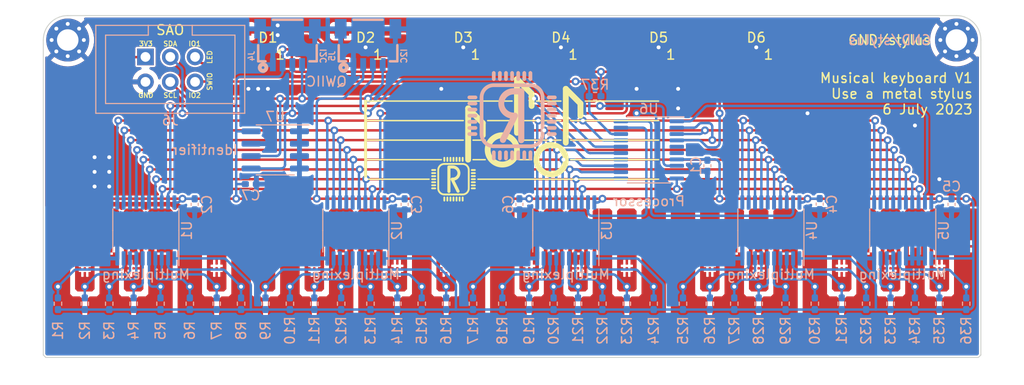
<source format=kicad_pcb>
(kicad_pcb (version 20221018) (generator pcbnew)
  (layers (0 "F.Cu" signal) (31 "B.Cu" signal) (34 "B.Paste" user) (35 "F.Paste" user) (36 "B.SilkS" user "B.Silkscreen") (37 "F.SilkS" user "F.Silkscreen") (38 "B.Mask" user) (39 "F.Mask" user) (44 "Edge.Cuts" user))
  (net 0 "")
  (net 1 "+3V3")
  (net 2 "GND")
  (net 3 "SDA")
  (net 4 "SCL")
  (net 5 "Net-(D1-DOUT)")
  (net 6 "X0Y0")
  (net 7 "X0Y1")
  (net 8 "X0Y2")
  (net 9 "X0Y3")
  (net 10 "X0Y4")
  (net 11 "X0Y5")
  (net 12 "X0Y6")
  (net 13 "X0Y7")
  (net 14 "X1Y0")
  (net 15 "X1Y1")
  (net 16 "X1Y2")
  (net 17 "X1Y3")
  (net 18 "X1Y4")
  (net 19 "X1Y5")
  (net 20 "X1Y6")
  (net 21 "X1Y7")
  (net 22 "X2Y0")
  (net 23 "X2Y1")
  (net 24 "X2Y2")
  (net 25 "X2Y3")
  (net 26 "X2Y4")
  (net 27 "X2Y5")
  (net 28 "X2Y6")
  (net 29 "X2Y7")
  (net 30 "X3Y0")
  (net 31 "X3Y1")
  (net 32 "X3Y2")
  (net 33 "X3Y3")
  (net 34 "X3Y4")
  (net 35 "X3Y5")
  (net 36 "X3Y6")
  (net 37 "X3Y7")
  (net 38 "X4Y0")
  (net 39 "X4Y1")
  (net 40 "X4Y2")
  (net 41 "X4Y3")
  (net 42 "Y7")
  (net 43 "Y6")
  (net 44 "Y5")
  (net 45 "Y4")
  (net 46 "Y3")
  (net 47 "Y2")
  (net 48 "Y1")
  (net 49 "Y0")
  (net 50 "X1")
  (net 51 "X2")
  (net 52 "X3")
  (net 53 "X4")
  (net 54 "X0")
  (net 57 "LED_DIN")
  (net 58 "Net-(D2-DOUT)")
  (net 59 "Net-(D3-DOUT)")
  (net 60 "Net-(D4-DOUT)")
  (net 61 "Net-(D5-DOUT)")
  (net 63 "SWIO")
  (footprint "simple_add_on_v2:sao_v2_addon_tht" (layer "F.Cu") (at 105.25 72.25)
    (fp_text reference "J6")
    (fp_text value "sao_v2_addon_tht")
  )
  (footprint "keyboard:keyboard_32x15mm_p4mm_cu_label" (layer "F.Cu") (at 139.75 86.5)
    (fp_text reference "J2")
    (fp_text value "~")
  )
  (footprint "not_ugly_ws2812b:LED_WS2812B_PLCC4_5.0x5.0mm_P3.2mm" (layer "F.Cu") (at 135.25 70 180)
    (fp_text reference "D3")
    (fp_text value "WS2812B")
  )
  (footprint "not_ugly_ws2812b:LED_WS2812B_PLCC4_5.0x5.0mm_P3.2mm" (layer "F.Cu") (at 125.25 70 180)
    (fp_text reference "D2")
    (fp_text value "WS2812B")
  )
  (footprint "not_ugly_ws2812b:LED_WS2812B_PLCC4_5.0x5.0mm_P3.2mm" (layer "F.Cu") (at 165.25 70 180)
    (fp_text reference "D6")
    (fp_text value "WS2812B")
  )
  (footprint "RobotMan2412:RobotMan2412_5mm" (layer "F.Cu") (at 134.25 83.5)
    (fp_text reference "G2" hide)
    (fp_text value "RobotMan2412_5mm" hide)
  )
  (footprint "keyboard:keyboard_32x15mm_p4mm_cu_label" (layer "F.Cu") (at 107.75 86.5)
    (fp_text reference "J1")
    (fp_text value "~")
  )
  (footprint "MountingHole:MountingHole_2.2mm_M2_Pad_Via" (layer "F.Cu") (at 94.75 69.25)
    (fp_text reference "H2")
    (fp_text value "MountingHole_Pad")
  )
  (footprint "MountingHole:MountingHole_2.2mm_M2_Pad_Via" (layer "F.Cu") (at 185.75 69.25)
    (fp_text reference "H1")
    (fp_text value "MountingHole_Pad")
  )
  (footprint "not_ugly_ws2812b:LED_WS2812B_PLCC4_5.0x5.0mm_P3.2mm" (layer "F.Cu") (at 115.25 70 180)
    (fp_text reference "D1")
    (fp_text value "WS2812B")
  )
  (footprint "not_ugly_ws2812b:LED_WS2812B_PLCC4_5.0x5.0mm_P3.2mm" (layer "F.Cu") (at 155.25 70 180)
    (fp_text reference "D5")
    (fp_text value "WS2812B")
  )
  (footprint "keyboard:keyboard_32x15mm_p4mm_cu_label" (layer "F.Cu") (at 171.75 86.5)
    (fp_text reference "J3")
    (fp_text value "~")
  )
  (footprint "not_ugly_ws2812b:LED_WS2812B_PLCC4_5.0x5.0mm_P3.2mm" (layer "F.Cu") (at 145.25 70 180)
    (fp_text reference "D4")
    (fp_text value "WS2812B")
  )
  (footprint "Resistor_SMD:R_0402_1005Metric_Pad0.72x0.64mm_HandSolder" (layer "B.Cu") (at 136.25 96.25 90)
    (fp_text reference "R17")
    (fp_text value "1K")
  )
  (footprint "Resistor_SMD:R_0402_1005Metric_Pad0.72x0.64mm_HandSolder" (layer "B.Cu") (at 163 96.25 90)
    (fp_text reference "R27")
    (fp_text value "1K")
  )
  (footprint "Resistor_SMD:R_0402_1005Metric_Pad0.72x0.64mm_HandSolder" (layer "B.Cu") (at 147 96.25 90)
    (fp_text reference "R21")
    (fp_text value "1K")
  )
  (footprint "Resistor_SMD:R_0402_1005Metric_Pad0.72x0.64mm_HandSolder" (layer "B.Cu") (at 128.5 96.25 90)
    (fp_text reference "R14")
    (fp_text value "1K")
  )
  (footprint "Package_SO:TSSOP-20_4.4x6.5mm_P0.65mm" (layer "B.Cu") (at 166.75 88.75 90)
    (fp_text reference "U4")
    (fp_text value "74LS245")
  )
  (footprint "Resistor_SMD:R_0402_1005Metric_Pad0.72x0.64mm_HandSolder" (layer "B.Cu") (at 148.75 75 180)
    (fp_text reference "R37")
    (fp_text value "1K")
  )
  (footprint "Resistor_SMD:R_0402_1005Metric_Pad0.72x0.64mm_HandSolder" (layer "B.Cu") (at 104.25 96.25 90)
    (fp_text reference "R5")
    (fp_text value "1K")
  )
  (footprint "Resistor_SMD:R_0402_1005Metric_Pad0.72x0.64mm_HandSolder" (layer "B.Cu") (at 149.5 96.25 90)
    (fp_text reference "R22")
    (fp_text value "1K")
  )
  (footprint "RobotMan2412:RobotMan2412_10mm" (layer "B.Cu") (at 140.25 77 180)
    (fp_text reference "G1")
    (fp_text value "RobotMan2412_10mm")
  )
  (footprint "Resistor_SMD:R_0402_1005Metric_Pad0.72x0.64mm_HandSolder" (layer "B.Cu") (at 96.5 96.25 90)
    (fp_text reference "R2")
    (fp_text value "1K")
  )
  (footprint "Resistor_SMD:R_0402_1005Metric_Pad0.72x0.64mm_HandSolder" (layer "B.Cu") (at 181.5 96.25 90)
    (fp_text reference "R34")
    (fp_text value "1K")
  )
  (footprint "Capacitor_SMD:C_0402_1005Metric_Pad0.74x0.62mm_HandSolder" (layer "B.Cu") (at 160.25 82.125 -90)
    (fp_text reference "C1")
    (fp_text value "100n")
  )
  (footprint "Resistor_SMD:R_0402_1005Metric_Pad0.72x0.64mm_HandSolder" (layer "B.Cu") (at 184 96.25 90)
    (fp_text reference "R35")
    (fp_text value "1K")
  )
  (footprint "Resistor_SMD:R_0402_1005Metric_Pad0.72x0.64mm_HandSolder" (layer "B.Cu") (at 139.25 96.25 90)
    (fp_text reference "R18")
    (fp_text value "1K")
  )
  (footprint "Resistor_SMD:R_0402_1005Metric_Pad0.72x0.64mm_HandSolder" (layer "B.Cu") (at 154.75 96.25 90)
    (fp_text reference "R24")
    (fp_text value "1K")
  )
  (footprint "Resistor_SMD:R_0402_1005Metric_Pad0.72x0.64mm_HandSolder" (layer "B.Cu") (at 115 96.25 90)
    (fp_text reference "R9")
    (fp_text value "1K")
  )
  (footprint "Resistor_SMD:R_0402_1005Metric_Pad0.72x0.64mm_HandSolder" (layer "B.Cu") (at 157.75 96.25 90)
    (fp_text reference "R25")
    (fp_text value "1K")
  )
  (footprint "Capacitor_SMD:C_0402_1005Metric_Pad0.74x0.62mm_HandSolder" (layer "B.Cu") (at 129.25 86.075 -90)
    (fp_text reference "C3")
    (fp_text value "100n")
  )
  (footprint "Capacitor_SMD:C_0402_1005Metric_Pad0.74x0.62mm_HandSolder" (layer "B.Cu") (at 171.75 86.05 -90)
    (fp_text reference "C4")
    (fp_text value "100n")
  )
  (footprint "qwiic:1X04_1MM_RA_GND" (layer "B.Cu") (at 125.5 71.776285)
    (fp_text reference "J5")
    (fp_text value "I2C")
  )
  (footprint "Resistor_SMD:R_0402_1005Metric_Pad0.72x0.64mm_HandSolder" (layer "B.Cu") (at 133.5 96.25 90)
    (fp_text reference "R16")
    (fp_text value "1K")
  )
  (footprint "Package_SO:TSSOP-20_4.4x6.5mm_P0.65mm" (layer "B.Cu") (at 180.25 88.75 90)
    (fp_text reference "U5")
    (fp_text value "74LS245")
  )
  (footprint "Resistor_SMD:R_0402_1005Metric_Pad0.72x0.64mm_HandSolder" (layer "B.Cu") (at 168.25 96.25 90)
    (fp_text reference "R29")
    (fp_text value "1K")
  )
  (footprint "Resistor_SMD:R_0402_1005Metric_Pad0.72x0.64mm_HandSolder" (layer "B.Cu") (at 165.5 96.25 90)
    (fp_text reference "R28")
    (fp_text value "1K")
  )
  (footprint "Resistor_SMD:R_0402_1005Metric_Pad0.72x0.64mm_HandSolder" (layer "B.Cu") (at 160.5 96.25 90)
    (fp_text reference "R26")
    (fp_text value "1K")
  )
  (footprint "Capacitor_SMD:C_0402_1005Metric_Pad0.74x0.62mm_HandSolder" (layer "B.Cu") (at 113.5 84)
    (fp_text reference "C7")
    (fp_text value "100n")
  )
  (footprint "Resistor_SMD:R_0402_1005Metric_Pad0.72x0.64mm_HandSolder" (layer "B.Cu") (at 117.5 96.25 90)
    (fp_text reference "R10")
    (fp_text value "1K")
  )
  (footprint "Resistor_SMD:R_0402_1005Metric_Pad0.72x0.64mm_HandSolder" (layer "B.Cu") (at 152 96.25 90)
    (fp_text reference "R23")
    (fp_text value "1K")
  )
  (footprint "Resistor_SMD:R_0402_1005Metric_Pad0.72x0.64mm_HandSolder" (layer "B.Cu") (at 176.5 96.25 90)
    (fp_text reference "R32")
    (fp_text value "1K")
  )
  (footprint "Resistor_SMD:R_0402_1005Metric_Pad0.72x0.64mm_HandSolder" (layer "B.Cu") (at 93.75 96.25 90)
    (fp_text reference "R1")
    (fp_text value "1K")
  )
  (footprint "qwiic:1X04_1MM_RA_GND" (layer "B.Cu") (at 117.25 71.776285)
    (fp_text reference "J4")
    (fp_text value "I2C")
  )
  (footprint "Package_SO:TSSOP-20_4.4x6.5mm_P0.65mm" (layer "B.Cu") (at 102.75 88.75 90)
    (fp_text reference "U1")
    (fp_text value "74LS245")
  )
  (footprint "Resistor_SMD:R_0402_1005Metric_Pad0.72x0.64mm_HandSolder" (layer "B.Cu") (at 112.5 96.25 90)
    (fp_text reference "R8")
    (fp_text value "1K")
  )
  (footprint "Resistor_SMD:R_0402_1005Metric_Pad0.72x0.64mm_HandSolder" (layer "B.Cu") (at 122.75 96.25 90)
    (fp_text reference "R12")
    (fp_text value "1K")
  )
  (footprint "Resistor_SMD:R_0402_1005Metric_Pad0.72x0.64mm_HandSolder" (layer "B.Cu") (at 171.25 96.25 90)
    (fp_text reference "R30")
    (fp_text value "1K")
  )
  (footprint "Resistor_SMD:R_0402_1005Metric_Pad0.72x0.64mm_HandSolder" (layer "B.Cu") (at 107.25 96.25 90)
    (fp_text reference "R6")
    (fp_text value "1K")
  )
  (footprint "Resistor_SMD:R_0402_1005Metric_Pad0.72x0.64mm_HandSolder" (layer "B.Cu") (at 110 96.25 90)
    (fp_text reference "R7")
    (fp_text value "1K")
  )
  (footprint "Resistor_SMD:R_0402_1005Metric_Pad0.72x0.64mm_HandSolder" (layer "B.Cu") (at 131 96.25 90)
    (fp_text reference "R15")
    (fp_text value "1K")
  )
  (footprint "Package_SO:SOIC-8_3.9x4.9mm_P1.27mm" (layer "B.Cu") (at 116 80.5 180)
    (fp_text reference "U7")
    (fp_text value "24LC00")
  )
  (footprint "Resistor_SMD:R_0402_1005Metric_Pad0.72x0.64mm_HandSolder" (layer "B.Cu") (at 144.5 96.25 90)
    (fp_text reference "R20")
    (fp_text value "1K")
  )
  (footprint "Capacitor_SMD:C_0402_1005Metric_Pad0.74x0.62mm_HandSolder" (layer "B.Cu") (at 107.75 86.075 -90)
    (fp_text reference "C2")
    (fp_text value "100n")
  )
  (footprint "Package_SO:TSSOP-20_4.4x6.5mm_P0.65mm" (layer "B.Cu") (at 154.25 80.5 180)
    (fp_text reference "U6")
    (fp_text value "CH32V003F4P6")
  )
  (footprint "Resistor_SMD:R_0402_1005Metric_Pad0.72x0.64mm_HandSolder" (layer "B.Cu") (at 125.75 96.25 90)
    (fp_text reference "R13")
    (fp_text value "1K")
  )
  (footprint "Resistor_SMD:R_0402_1005Metric_Pad0.72x0.64mm_HandSolder" (layer "B.Cu") (at 174 96.25 90)
    (fp_text reference "R31")
    (fp_text value "1K")
  )
  (footprint "Resistor_SMD:R_0402_1005Metric_Pad0.72x0.64mm_HandSolder" (layer "B.Cu") (at 186.75 96.25 90)
    (fp_text reference "R36")
    (fp_text value "1K")
  )
  (footprint "Resistor_SMD:R_0402_1005Metric_Pad0.72x0.64mm_HandSolder" (layer "B.Cu") (at 120 96.25 90)
    (fp_text reference "R11")
    (fp_text value "1K")
  )
  (footprint "Resistor_SMD:R_0402_1005Metric_Pad0.72x0.64mm_HandSolder" (layer "B.Cu") (at 179 96.25 90)
    (fp_text reference "R33")
    (fp_text value "1K")
  )
  (footprint "Resistor_SMD:R_0402_1005Metric_Pad0.72x0.64mm_HandSolder" (layer "B.Cu") (at 142 96.25 90)
    (fp_text reference "R19")
    (fp_text value "1K")
  )
  (footprint "Package_SO:TSSOP-20_4.4x6.5mm_P0.65mm" (layer "B.Cu") (at 145.75 88.75 90)
    (fp_text reference "U3")
    (fp_text value "74LS245")
  )
  (footprint "Resistor_SMD:R_0402_1005Metric_Pad0.72x0.64mm_HandSolder" (layer "B.Cu") (at 99 96.25 90)
    (fp_text reference "R3")
    (fp_text value "1K")
  )
  (footprint "Package_SO:TSSOP-20_4.4x6.5mm_P0.65mm" (layer "B.Cu") (at 124.25 88.75 90)
    (fp_text reference "U2")
    (fp_text value "74LS245")
  )
  (footprint "Resistor_SMD:R_0402_1005Metric_Pad0.72x0.64mm_HandSolder" (layer "B.Cu") (at 101.5 96.25 90)
    (fp_text reference "R4")
    (fp_text value "1K")
  )
  (footprint "Capacitor_SMD:C_0402_1005Metric_Pad0.74x0.62mm_HandSolder" (layer "B.Cu") (at 185.25 86.075 -90)
    (fp_text reference "C5")
    (fp_text value "100n")
  )
  (footprint "Capacitor_SMD:C_0402_1005Metric_Pad0.74x0.62mm_HandSolder" (layer "B.Cu") (at 141 86.075 -90)
    (fp_text reference "C6")
    (fp_text value "100n")
  )
  (gr_line (start 140.75 78.75) (end 140.75 73.25) (stroke (width 0.6)) (layer "F.SilkS"))
  (gr_line (start 137.25 77.75) (end 137.25 79) (stroke (width 0.6)) (layer "F.SilkS"))
  (gr_line (start 145.75 79.75) (end 145.75 74.25) (stroke (width 0.6)) (layer "F.SilkS"))
  (gr_line (start 135.75 81.5) (end 135.75 76.25) (stroke (width 0.6)) (layer "F.SilkS"))
  (gr_line (start 141 81.5) (end 142.25 81.5) (stroke (width 0.15)) (layer "F.SilkS"))
  (gr_line (start 146.25 81.5) (end 155.25 81.5) (stroke (width 0.15)) (layer "F.SilkS"))
  (gr_line (start 141 79.5) (end 145.25 79.5) (stroke (width 0.15)) (layer "F.SilkS"))
  (gr_line (start 142.25 74.75) (end 142.25 76) (stroke (width 0.6)) (layer "F.SilkS"))
  (gr_circle (center 139.25 80.5) (end 140.75 80.5) (stroke (width 0.6)) (fill none) (layer "F.SilkS"))
  (gr_line (start 125.25 83.5) (end 131.75 83.5) (stroke (width 0.15)) (layer "F.SilkS"))
  (gr_line (start 141.25 77.5) (end 145.25 77.5) (stroke (width 0.15)) (layer "F.SilkS"))
  (gr_line (start 142.75 75.5) (end 145.25 75.5) (stroke (width 0.15)) (layer "F.SilkS"))
  (gr_line (start 125.25 77.5) (end 135.25 77.5) (stroke (width 0.15)) (layer "F.SilkS"))
  (gr_line (start 155.25 77.5) (end 146.25 77.5) (stroke (width 0.15)) (layer "F.SilkS"))
  (gr_line (start 125.25 83.5) (end 125.25 75.5) (stroke (width 0.3)) (layer "F.SilkS"))
  (gr_line (start 125.25 81.5) (end 133 81.5) (stroke (width 0.15)) (layer "F.SilkS"))
  (gr_line (start 147.75 75.5) (end 155.25 75.5) (stroke (width 0.15)) (layer "F.SilkS"))
  (gr_line (start 136.75 83.5) (end 155.25 83.5) (stroke (width 0.15)) (layer "F.SilkS"))
  (gr_line (start 136.25 81.5) (end 137.5 81.5) (stroke (width 0.15)) (layer "F.SilkS"))
  (gr_line (start 140.75 73.25) (end 142.25 74.75) (stroke (width 0.6)) (layer "F.SilkS"))
  (gr_line (start 140.25 75.5) (end 125.25 75.5) (stroke (width 0.15)) (layer "F.SilkS"))
  (gr_line (start 135.75 76.25) (end 137.25 77.75) (stroke (width 0.6)) (layer "F.SilkS"))
  (gr_circle (center 144.25 81.5) (end 145.75 81.5) (stroke (width 0.6)) (fill none) (layer "F.SilkS"))
  (gr_line (start 137.75 77.5) (end 140.25 77.5) (stroke (width 0.15)) (layer "F.SilkS"))
  (gr_line (start 146.25 79.5) (end 155.25 79.5) (stroke (width 0.15)) (layer "F.SilkS"))
  (gr_line (start 135.25 79.5) (end 125.25 79.5) (stroke (width 0.15)) (layer "F.SilkS"))
  (gr_line (start 145.75 74.25) (end 147.25 75.75) (stroke (width 0.6)) (layer "F.SilkS"))
  (gr_line (start 136.25 79.5) (end 137.5 79.5) (stroke (width 0.15)) (layer "F.SilkS"))
  (gr_line (start 147.25 75.75) (end 147.25 77) (stroke (width 0.6)) (layer "F.SilkS"))
  (gr_line (start 188.25 101.5) (end 188 101.75) (stroke (width 0.1)) (layer "Edge.Cuts"))
  (gr_arc (start 185.75 66.75) (mid 187.517767 67.482233) (end 188.25 69.25) (stroke (width 0.1)) (layer "Edge.Cuts"))
  (gr_arc (start 92.25 69.25) (mid 92.982233 67.482233) (end 94.75 66.75) (stroke (width 0.1)) (layer "Edge.Cuts"))
  (gr_line (start 188 101.75) (end 92.5 101.75) (stroke (width 0.1)) (layer "Edge.Cuts"))
  (gr_line (start 92.25 101.5) (end 92.25 69.25) (stroke (width 0.1)) (layer "Edge.Cuts"))
  (gr_line (start 92.5 101.75) (end 92.25 101.5) (stroke (width 0.1)) (layer "Edge.Cuts"))
  (gr_line (start 188.25 69.25) (end 188.25 101.5) (stroke (width 0.1)) (layer "Edge.Cuts"))
  (gr_line (start 185.75 66.75) (end 94.75 66.75) (stroke (width 0.1)) (layer "Edge.Cuts"))
  (gr_text "Multiplexing" (at 145.75 93.25) (layer "B.SilkS") (effects (font (size 1 1)) (justify mirror)))
  (gr_text "Multiplexing" (at 166.75 93.25) (layer "B.SilkS") (effects (font (size 1 1)) (justify mirror)))
  (gr_text "Multiplexing" (at 124.25 93.25) (layer "B.SilkS") (effects (font (size 1 1)) (justify mirror)))
  (gr_text "Identifier" (at 112.25 80.5) (layer "B.SilkS") (effects (font (size 1 1)) (justify left mirror)))
  (gr_text "Processor" (at 154.25 85.75) (layer "B.SilkS") (effects (font (size 1 1)) (justify mirror)))
  (gr_text "GND/stylus" (at 183.25 69.25) (layer "B.SilkS") (effects (font (size 1 1)) (justify left mirror)))
  (gr_text "Multiplexing" (at 102.75 93.25) (layer "B.SilkS") (effects (font (size 1 1)) (justify mirror)))
  (gr_text "Multiplexing" (at 180.25 93.25) (layer "B.SilkS") (effects (font (size 1 1)) (justify mirror)))
  (gr_text "QWIIC" (at 121.25 73.5) (layer "B.SilkS") (effects (font (size 1 1)) (justify mirror)))
  (gr_text "IO2" (at 107.75 74.625) (layer "F.SilkS") (effects (font (size 0.5 0.5) (thickness 0.1) bold) (justify top)))
  (gr_text "SDA" (at 105.25 69.925) (layer "F.SilkS") (effects (font (size 0.5 0.5) (thickness 0.1) bold) (justify bottom)))
  (gr_text "LED" (at 109 71 90) (layer "F.SilkS") (effects (font (size 0.5 0.5) (thickness 0.1) bold) (justify top)))
  (gr_text "Musical keyboard V1\nUse a metal stylus\n6 July 2023" (at 187.5 74.75) (layer "F.SilkS") (effects (font (size 1 1)) (justify right)))
  (gr_text "3V3" (at 102.75 69.925) (layer "F.SilkS") (effects (font (size 0.5 0.5) (thickness 0.1) bold) (justify bottom)))
  (gr_text "SWIO" (at 109 73.5 90) (layer "F.SilkS") (effects (font (size 0.5 0.5) (thickness 0.1) bold) (justify top)))
  (gr_text "GND" (at 102.75 74.625) (layer "F.SilkS") (effects (font (size 0.5 0.5) (thickness 0.1) bold) (justify top)))
  (gr_text "SCL" (at 105.25 74.625) (layer "F.SilkS") (effects (font (size 0.5 0.5) (thickness 0.1) bold) (justify top)))
  (gr_text "SAO" (at 105.25 68.225) (layer "F.SilkS") (effects (font (size 1 1))))
  (gr_text "GND/stylus" (at 183.25 69.25) (layer "F.SilkS") (effects (font (size 1 1)) (justify right)))
  (gr_text "IO1" (at 107.75 69.925) (layer "F.SilkS") (effects (font (size 0.5 0.5) (thickness 0.1) bold) (justify bottom)))
  (segment (start 137.7 72.5) (end 147.7 72.5) (width 0.25) (layer "F.Cu") (net 1))
  (segment (start 106.5 85.5) (end 112 85.5) (width 0.25) (layer "F.Cu") (net 1))
  (segment (start 157.7 71.65) (end 157.7 72.5) (width 0.25) (layer "F.Cu") (net 1))
  (segment (start 112 85.5) (end 120.25 85.5) (width 0.25) (layer "F.Cu") (net 1))
  (segment (start 98.25 71) (end 102.69 71) (width 0.25) (layer "F.Cu") (net 1))
  (segment (start 117.7 71.65) (end 117.7 72) (width 0.25) (layer "F.Cu") (net 1))
  (segment (start 137.7 71.65) (end 137.7 72.5) (width 0.25) (layer "F.Cu") (net 1))
  (segment (start 127.7 72.5) (end 137.7 72.5) (width 0.25) (layer "F.Cu") (net 1))
  (segment (start 106.5 85.5) (end 98.25 85.5) (width 0.25) (layer "F.Cu") (net 1))
  (segment (start 147.7 71.65) (end 147.7 72.5) (width 0.25) (layer "F.Cu") (net 1))
  (segment (start 102.69 71) (end 102.71 70.98) (width 0.25) (layer "F.Cu") (net 1))
  (segment (start 167.7 71.65) (end 167.7 72) (width 0.25) (layer "F.Cu") (net 1))
  (segment (start 117.7 70.7) (end 117.7 71.65) (width 0.25) (layer "F.Cu") (net 1))
  (segment (start 149.35 72.5) (end 157.7 72.5) (width 0.25) (layer "F.Cu") (net 1))
  (segment (start 120.25 85.5) (end 142 85.5) (width 0.25) (layer "F.Cu") (net 1))
  (segment (start 157.7 72.5) (end 167.2 72.5) (width 0.25) (layer "F.Cu") (net 1))
  (segment (start 127.7 71.65) (end 127.7 72.5) (width 0.25) (layer "F.Cu") (net 1))
  (segment (start 186.75 85.5) (end 184 85.5) (width 0.25) (layer "F.Cu") (net 1))
  (segment (start 142 85.5) (end 161.5 85.5) (width 0.25) (layer "F.Cu") (net 1))
  (segment (start 147.7 72.5) (end 149.35 72.5) (width 0.25) (layer "F.Cu") (net 1))
  (segment (start 161.5 85.5) (end 184 85.5) (width 0.25) (layer "F.Cu") (net 1))
  (segment (start 98.25 85.5) (end 98.25 71) (width 0.25) (layer "F.Cu") (net 1))
  (segment (start 118.2 72.5) (end 127.7 72.5) (width 0.25) (layer "F.Cu") (net 1))
  (segment (start 116.75 70.2) (end 117.2 70.2) (width 0.25) (layer "F.Cu") (net 1))
  (via (at 120.25 85.5) (size 0.8) (drill 0.4) (layers "F.Cu" "B.Cu") (net 1))
  (via (at 161.5 85.5) (size 0.8) (drill 0.4) (layers "F.Cu" "B.Cu") (net 1))
  (via (at 142 85.5) (size 0.8) (drill 0.4) (layers "F.Cu" "B.Cu") (net 1))
  (via (at 186.75 85.5) (size 0.8) (drill 0.4) (layers "F.Cu" "B.Cu") (net 1))
  (via (at 170.5 85.5) (size 0.8) (drill 0.4) (layers "F.Cu" "B.Cu") (net 1))
  (via (at 112 85.5) (size 0.8) (drill 0.4) (layers "F.Cu" "B.Cu") (net 1))
  (via (at 149.35 72.5) (size 0.8) (drill 0.4) (layers "F.Cu" "B.Cu") (net 1))
  (via (at 106.5 85.5) (size 0.8) (drill 0.4) (layers "F.Cu" "B.Cu") (net 1))
  (via (at 184 85.5) (size 0.8) (drill 0.4) (layers "F.Cu" "B.Cu") (net 1))
  (via (at 149.5 85.5) (size 0.8) (drill 0.4) (layers "F.Cu" "B.Cu") (net 1))
  (via (at 116.75 70.2) (size 0.8) (drill 0.4) (layers "F.Cu" "B.Cu") (net 1))
  (via (at 128 85.5) (size 0.8) (drill 0.4) (layers "F.Cu" "B.Cu") (net 1))
  (arc (start 117.7 72) (mid 117.846447 72.353553) (end 118.2 72.5) (width 0.25) (layer "F.Cu") (net 1))
  (arc (start 117.7 70.7) (mid 117.553553 70.346447) (end 117.2 70.2) (width 0.25) (layer "F.Cu") (net 1))
  (arc (start 167.7 72) (mid 167.553553 72.353553) (end 167.2 72.5) (width 0.25) (layer "F.Cu") (net 1))
  (segment (start 129.2425 85.5) (end 129.25 85.5075) (width 0.25) (layer "B.Cu") (net 1))
  (segment (start 148.675 91.6125) (end 152.946815 91.6125) (width 0.25) (layer "B.Cu") (net 1))
  (segment (start 105.675 85.8875) (end 105.946815 85.8875) (width 0.25) (layer "B.Cu") (net 1))
  (segment (start 183.729658 85.770342) (end 184 85.5) (width 0.25) (layer "B.Cu") (net 1))
  (segment (start 112.00216 84) (end 112.00216 85.49784) (width 0.25) (layer "B.Cu") (net 1))
  (segment (start 113.525 78.595) (end 113.52 78.6) (width 0.25) (layer "B.Cu") (net 1))
  (segment (start 127.175 91.6125) (end 131.696815 91.6125) (width 0.25) (layer "B.Cu") (net 1))
  (segment (start 159.5 81.475) (end 161 81.475) (width 0.25) (layer "B.Cu") (net 1))
  (segment (start 128 85.5) (end 129.2425 85.5) (width 0.25) (layer "B.Cu") (net 1))
  (segment (start 183.175 91.6125) (end 187.4625 91.6125) (width 0.25) (layer "B.Cu") (net 1))
  (segment (start 116.75216 70.20216) (end 116.75 70.2) (width 0.25) (layer "B.Cu") (net 1))
  (segment (start 141 85.5075) (end 141.9925 85.5075) (width 0.25) (layer "B.Cu") (net 1))
  (segment (start 184 85.5) (end 185.2425 85.5) (width 0.25) (layer "B.Cu") (net 1))
  (segment (start 149.3475 75) (end 149.3475 72.5025) (width 0.25) (layer "B.Cu") (net 1))
  (segment (start 187.475 86) (end 187.475 91.6) (width 0.25) (layer "B.Cu") (net 1))
  (segment (start 112.00216 85.49784) (end 112 85.5) (width 0.25) (layer "B.Cu") (net 1))
  (segment (start 186.75 96.8475) (end 177.5 96.8475) (width 0.25) (layer "B.Cu") (net 1))
  (segment (start 177.5 94.415685) (end 177.5 96.8475) (width 0.25) (layer "B.Cu") (net 1))
  (segment (start 110.979658 91.729658) (end 113.382843 94.132843) (width 0.25) (layer "B.Cu") (net 1))
  (segment (start 112 78.6) (end 112 83.99784) (width 0.25) (layer "B.Cu") (net 1))
  (segment (start 185.2425 85.5) (end 185.25 85.5075) (width 0.25) (layer "B.Cu") (net 1))
  (segment (start 112 73.5) (end 112 78.6) (width 0.25) (layer "B.Cu") (net 1))
  (segment (start 112.9325 84) (end 112.00216 84) (width 0.25) (layer "B.Cu") (net 1))
  (segment (start 106.229658 85.770342) (end 106.5 85.5) (width 0.25) (layer "B.Cu") (net 1))
  (segment (start 170.5 85.5) (end 171.7325 85.5) (width 0.25) (layer "B.Cu") (net 1))
  (segment (start 148.675 85.8875) (end 148.946815 85.8875) (width 0.25) (layer "B.Cu") (net 1))
  (segment (start 116.75216 71.776285) (end 116.75216 70.20216) (width 0.25) (layer "B.Cu") (net 1))
  (segment (start 120.25216 85.49784) (end 120.25216 75.75) (width 0.25) (layer "B.Cu") (net 1))
  (segment (start 116.25 73) (end 112.5 73) (width 0.25) (layer "B.Cu") (net 1))
  (segment (start 120.25 85.5) (end 120.25216 85.49784) (width 0.25) (layer "B.Cu") (net 1))
  (segment (start 169.675 85.8875) (end 169.946815 85.8875) (width 0.25) (layer "B.Cu") (net 1))
  (segment (start 153.229658 91.729658) (end 155.632843 94.132843) (width 0.25) (layer "B.Cu") (net 1))
  (segment (start 160.1675 81.475) (end 160.25 81.5575) (width 0.25) (layer "B.Cu") (net 1))
  (segment (start 116.75 71.778445) (end 116.75 72.5) (width 0.25) (layer "B.Cu") (net 1))
  (segment (start 174.979658 91.729658) (end 177.382843 94.132843) (width 0.25) (layer "B.Cu") (net 1))
  (segment (start 183.175 85.8875) (end 183.446815 85.8875) (width 0.25) (layer "B.Cu") (net 1))
  (segment (start 113.5 96.8475) (end 93.75 96.8475) (width 0.25) (layer "B.Cu") (net 1))
  (segment (start 149.3475 72.5025) (end 149.35 72.5) (width 0.25) (layer "B.Cu") (net 1))
  (segment (start 187.4625 91.6125) (end 187.475 91.6) (width 0.25) (layer "B.Cu") (net 1))
  (segment (start 106.5 85.5) (end 107.7425 85.5) (width 0.25) (layer "B.Cu") (net 1))
  (segment (start 120.75216 75.25) (end 122.792893 75.25) (width 0.25) (layer "B.Cu") (net 1))
  (segment (start 113.5 94.415685) (end 113.5 96.8475) (width 0.25) (layer "B.Cu") (net 1))
  (segment (start 107.7425 85.5) (end 107.75 85.5075) (width 0.25) (layer "B.Cu") (net 1))
  (segment (start 186.75 96.8475) (end 186.975 96.8475) (width 0.25) (layer "B.Cu") (net 1))
  (segment (start 177.5 96.8475) (end 134.5 96.8475) (width 0.25) (layer "B.Cu") (net 1))
  (segment (start 186.75 85.5) (end 186.975 85.5) (width 0.25) (layer "B.Cu") (net 1))
  (segment (start 131.979658 91.729658) (end 134.382843 94.132843) (width 0.25) (layer "B.Cu") (net 1))
  (segment (start 125.00216 73.040733) (end 125.00216 71.776285) (width 0.25) (layer "B.Cu") (net 1))
  (segment (start 141.9925 85.5075) (end 142 85.5) (width 0.25) (layer "B.Cu") (net 1))
  (segment (start 159.5 81.475) (end 160.1675 81.475) (width 0.25) (layer "B.Cu") (net 1))
  (segment (start 134.5 96.8475) (end 113.5 96.8475) (width 0.25) (layer "B.Cu") (net 1))
  (segment (start 127.175 85.8875) (end 127.446815 85.8875) (width 0.25) (layer "B.Cu") (net 1))
  (segment (start 105.675 91.6125) (end 110.696815 91.6125) (width 0.25) (layer "B.Cu") (net 1))
  (segment (start 134.5 94.415685) (end 134.5 96.8475) (width 0.25) (layer "B.Cu") (net 1))
  (segment (start 170.229658 85.770342) (end 170.5 85.5) (width 0.25) (layer "B.Cu") (net 1))
  (segment (start 171.7325 85.5) (end 171.75 85.4825) (width 0.25) (layer "B.Cu") (net 1))
  (segment (start 113.52 78.6) (end 112 78.6) (width 0.25) (layer "B.Cu") (net 1))
  (segment (start 116.75216 71.776285) (end 116.75 71.778445) (width 0.25) (layer "B.Cu") (net 1))
  (segment (start 161.5 81.975) (end 161.5 85.5) (width 0.25) (layer "B.Cu") (net 1))
  (segment (start 187.475 96.3475) (end 187.475 91.6) (width 0.25) (layer "B.Cu") (net 1))
  (segment (start 123.146447 75.103553) (end 124.855714 73.394286) (width 0.25) (layer "B.Cu") (net 1))
  (segment (start 157.1125 81.475) (end 159.5 81.475) (width 0.25) (layer "B.Cu") (net 1))
  (segment (start 127.729658 85.770342) (end 128 85.5) (width 0.25) (layer "B.Cu") (net 1))
  (segment (start 112 83.99784) (end 112.00216 84) (width 0.25) (layer "B.Cu") (net 1))
  (segment (start 155.75 94.415685) (end 155.75 96.8475) (width 0.25) (layer "B.Cu") (net 1))
  (segment (start 149.229658 85.770342) (end 149.5 85.5) (width 0.25) (layer "B.Cu") (net 1))
  (segment (start 169.675 91.6125) (end 174.696815 91.6125) (width 0.25) (layer "B.Cu") (net 1))
  (arc (start 131.696815 91.6125) (mid 131.849889 91.642948) (end 131.979658 91.729658) (width 0.25) (layer "B.Cu") (net 1))
  (arc (start 155.632843 94.132843) (mid 155.719552 94.262612) (end 155.75 94.415685) (width 0.25) (layer "B.Cu") (net 1))
  (arc (start 116.75 72.5) (mid 116.603553 72.853553) (end 116.25 73) (width 0.25) (layer "B.Cu") (net 1))
  (arc (start 112 73.5) (mid 112.146447 73.146447) (end 112.5 73) (width 0.25) (layer "B.Cu") (net 1))
  (arc (start 186.975 96.8475) (mid 187.328553 96.701053) (end 187.475 96.3475) (width 0.25) (layer "B.Cu") (net 1))
  (arc (start 105.946815 85.8875) (mid 106.099889 85.857052) (end 106.229658 85.770342) (width 0.25) (layer "B.Cu") (net 1))
  (arc (start 127.446815 85.8875) (mid 127.599889 85.857052) (end 127.729658 85.770342) (width 0.25) (layer "B.Cu") (net 1))
  (arc (start 169.946815 85.8875) (mid 170.099889 85.857052) (end 170.229658 85.770342) (width 0.25) (layer "B.Cu") (net 1))
  (arc (start 177.5 94.415685) (mid 177.469552 94.262612) (end 177.382843 94.132843) (width 0.25) (layer "B.Cu") (net 1))
  (arc (start 174.979658 91.729658) (mid 174.849889 91.642949) (end 174.696815 91.6125) (width 0.25) (layer "B.Cu") (net 1))
  (arc (start 113.382843 94.132843) (mid 113.469552 94.262612) (end 113.5 94.415685) (width 0.25) (layer "B.Cu") (net 1))
  (arc (start 134.382843 94.132843) (mid 134.469552 94.262612) (end 134.5 94.415685) (width 0.25) (layer "B.Cu") (net 1))
  (arc (start 187.475 86) (mid 187.328553 85.646447) (end 186.975 85.5) (width 0.25) (layer "B.Cu") (net 1))
  (arc (start 120.75216 75.25) (mid 120.398607 75.396447) (end 120.25216 75.75) (width 0.25) (layer "B.Cu") (net 1))
  (arc (start 148.946815 85.8875) (mid 149.099889 85.857052) (end 149.229658 85.770342) (width 0.25) (layer "B.Cu") (net 1))
  (arc (start 183.729658 85.770342) (mid 183.599889 85.857051) (end 183.446815 85.8875) (width 0.25) (layer "B.Cu") (net 1))
  (arc (start 152.946815 91.6125) (mid 153.099889 91.642948) (end 153.229658 91.729658) (width 0.25) (layer "B.Cu") (net 1))
  (arc (start 122.792893 75.25) (mid 122.984235 75.21194) (end 123.146447 75.103553) (width 0.25) (layer "B.Cu") (net 1))
  (arc (start 161.5 81.975) (mid 161.353553 81.621447) (end 161 81.475) (width 0.25) (layer "B.Cu") (net 1))
  (arc (start 110.979658 91.729658) (mid 110.849889 91.642949) (end 110.696815 91.6125) (width 0.25) (layer "B.Cu") (net 1))
  (arc (start 125.00216 73.040733) (mid 124.9641 73.232074) (end 124.855714 73.394286) (width 0.25) (layer "B.Cu") (net 1))
  (via (at 157.25 76.25) (size 0.8) (drill 0.4) (layers "F.Cu" "B.Cu") (net 2))
  (via (at 157.25 74.25) (size 0.8) (drill 0.4) (layers "F.Cu" "B.Cu") (net 2))
  (via (at 170.5 76.75) (size 0.8) (drill 0.4) (layers "F.Cu" "B.Cu") (net 2))
  (via (at 115.25 74.25) (size 0.8) (drill 0.4) (layers "F.Cu" "B.Cu") (net 2))
  (via (at 153 74.25) (size 0.8) (drill 0.4) (layers "F.Cu" "B.Cu") (net 2))
  (via (at 116.25 67.75) (size 0.8) (drill 0.4) (layers "F.Cu" "B.Cu") (net 2))
  (via (at 153 76.75) (size 0.8) (drill 0.4) (layers "F.Cu" "B.Cu") (net 2))
  (via (at 165.25 70) (size 0.8) (drill 0.4) (layers "F.Cu" "B.Cu") (net 2))
  (via (at 116.25 68.75) (size 0.8) (drill 0.4) (layers "F.Cu" "B.Cu") (net 2))
  (via (at 114.25 74.25) (size 0.8) (drill 0.4) (layers "F.Cu" "B.Cu") (net 2))
  (via (at 99 81.25) (size 0.8) (drill 0.4) (layers "F.Cu" "B.Cu") (net 2))
  (via (at 99 84.25) (size 0.8) (drill 0.4) (layers "F.Cu" "B.Cu") (net 2))
  (via (at 133 74.25) (size 0.8) (drill 0.4) (layers "F.Cu" "B.Cu") (net 2))
  (via (at 181.5 78) (size 0.8) (drill 0.4) (layers "F.Cu" "B.Cu") (net 2))
  (via (at 97.5 82.75) (size 0.8) (drill 0.4) (layers "F.Cu" "B.Cu") (net 2))
  (via (at 99 82.75) (size 0.8) (drill 0.4) (layers "F.Cu" "B.Cu") (net 2))
  (via (at 184 83.5) (size 0.8) (drill 0.4) (layers "F.Cu" "B.Cu") (net 2))
  (via (at 97.5 81.25) (size 0.8) (drill 0.4) (layers "F.Cu" "B.Cu") (net 2))
  (via (at 145.25 70) (size 0.8) (drill 0.4) (layers "F.Cu" "B.Cu") (net 2))
  (via (at 155.25 70) (size 0.8) (drill 0.4) (layers "F.Cu" "B.Cu") (net 2))
  (via (at 125.25 70) (size 0.8) (drill 0.4) (layers "F.Cu" "B.Cu") (net 2))
  (via (at 135.25 70) (size 0.8) (drill 0.4) (layers "F.Cu" "B.Cu") (net 2))
  (via (at 97.5 84.25) (size 0.8) (drill 0.4) (layers "F.Cu" "B.Cu") (net 2))
  (via (at 113.25 74.25) (size 0.8) (drill 0.4) (layers "F.Cu" "B.Cu") (net 2))
  (segment (start 181.225 91.6125) (end 181.225 90.25) (width 0.4) (layer "B.Cu") (net 2))
  (segment (start 181.875 91.6125) (end 181.875 90.25) (width 0.4) (layer "B.Cu") (net 2))
  (segment (start 163.825 91.6125) (end 163.825 90.25) (width 0.4) (layer "B.Cu") (net 2))
  (segment (start 180.575 91.6125) (end 180.575 90.25) (width 0.4) (layer "B.Cu") (net 2))
  (segment (start 160.1675 82.775) (end 160.25 82.6925) (width 0.25) (layer "B.Cu") (net 2))
  (segment (start 142.825 91.6125) (end 142.825 90.25) (width 0.4) (layer "B.Cu") (net 2))
  (segment (start 182.525 91.6125) (end 182.525 90.25) (width 0.4) (layer "B.Cu") (net 2))
  (segment (start 157.1125 82.775) (end 160.1675 82.775) (width 0.25) (layer "B.Cu") (net 2))
  (segment (start 155 82.375) (end 155 77.15) (width 0.25) (layer "B.Cu") (net 2))
  (segment (start 157.1125 82.775) (end 155.4 82.775) (width 0.25) (layer "B.Cu") (net 2))
  (segment (start 177.325 91.6125) (end 177.325 90.25) (width 0.4) (layer "B.Cu") (net 2))
  (segment (start 99.825 91.6125) (end 99.825 90.25) (width 0.4) (layer "B.Cu") (net 2))
  (segment (start 121.325 91.6125) (end 121.325 90.25) (width 0.4) (layer "B.Cu") (net 2))
  (segment (start 154.6 76.75) (end 153 76.75) (width 0.25) (layer "B.Cu") (net 2))
  (arc (start 155 82.375) (mid 155.117157 82.657843) (end 155.4 82.775) (width 0.25) (layer "B.Cu") (net 2))
  (arc (start 154.6 76.75) (mid 154.882843 76.867157) (end 155 77.15) (width 0.25) (layer "B.Cu") (net 2))
  (segment (start 113 76.75) (end 117.75 76.75) (width 0.25) (layer "F.Cu") (net 3))
  (segment (start 117.75 76.75) (end 125.5 76.75) (width 0.25) (layer "F.Cu") (net 3))
  (segment (start 106.5 76.75) (end 113 76.75) (width 0.25) (layer "F.Cu") (net 3))
  (via (at 117.75 76.75) (size 0.8) (drill 0.4) (layers "F.Cu" "B.Cu") (net 3))
  (via (at 106.5 76.75) (size 0.8) (drill 0.4) (layers "F.Cu" "B.Cu") (net 3))
  (via (at 125.5 76.75) (size 0.8) (drill 0.4) (layers "F.Cu" "B.Cu") (net 3))
  (segment (start 116.6 82.4) (end 113.53 82.4) (width 0.25) (layer "B.Cu") (net 3))
  (segment (start 117.75 76.75) (end 117.74784 76.74784) (width 0.25) (layer "B.Cu") (net 3))
  (segment (start 125.851393 73.398607) (end 124.896446 74.353554) (width 0.25) (layer "B.Cu") (net 3))
  (segment (start 148.557842 80.057842) (end 141.867157 73.367157) (width 0.25) (layer "B.Cu") (net 3))
  (segment (start 117 77.15) (end 117 82) (width 0.25) (layer "B.Cu") (net 3))
  (segment (start 117.74784 76.74784) (end 117.74784 71.776285) (width 0.25) (layer "B.Cu") (net 3))
  (segment (start 141.584315 73.25) (end 129.207107 73.25) (width 0.25) (layer "B.Cu") (net 3))
  (segment (start 151.3875 80.175) (end 148.840685 80.175) (width 0.25) (layer "B.Cu") (net 3))
  (segment (start 124.75 74.707107) (end 124.75 76.25) (width 0.25) (layer "B.Cu") (net 3))
  (segment (start 128.853553 73.396447) (end 125.5 76.75) (width 0.25) (layer "B.Cu") (net 3))
  (segment (start 125.25 76.75) (end 125.5 76.75) (width 0.25) (layer "B.Cu") (net 3))
  (segment (start 125.99784 71.776285) (end 125.99784 73.045053) (width 0.25) (layer "B.Cu") (net 3))
  (segment (start 106.5 76.75) (end 106.5 72.437107) (width 0.25) (layer "B.Cu") (net 3))
  (segment (start 117.75 76.75) (end 117.4 76.75) (width 0.25) (layer "B.Cu") (net 3))
  (segment (start 113.53 82.4) (end 113.525 82.405) (width 0.25) (layer "B.Cu") (net 3))
  (segment (start 106.353553 72.083553) (end 105.25 70.98) (width 0.25) (layer "B.Cu") (net 3))
  (arc (start 129.207107 73.25) (mid 129.015765 73.28806) (end 128.853553 73.396447) (width 0.25) (layer "B.Cu") (net 3))
  (arc (start 124.75 74.707107) (mid 124.78806 74.515766) (end 124.896446 74.353554) (width 0.25) (layer "B.Cu") (net 3))
  (arc (start 148.840685 80.175) (mid 148.687611 80.144551) (end 148.557842 80.057842) (width 0.25) (layer "B.Cu") (net 3))
  (arc (start 124.75 76.25) (mid 124.896447 76.603553) (end 125.25 76.75) (width 0.25) (layer "B.Cu") (net 3))
  (arc (start 117.4 76.75) (mid 117.117157 76.867157) (end 117 77.15) (width 0.25) (layer "B.Cu") (net 3))
  (arc (start 125.99784 73.045053) (mid 125.95978 73.236395) (end 125.851393 73.398607) (width 0.25) (layer "B.Cu") (net 3))
  (arc (start 106.353553 72.083553) (mid 106.46194 72.245765) (end 106.5 72.437107) (width 0.25) (layer "B.Cu") (net 3))
  (arc (start 141.867157 73.367157) (mid 141.7374 73.280413) (end 141.584315 73.25) (width 0.25) (layer "B.Cu") (net 3))
  (arc (start 116.6 82.4) (mid 116.882843 82.282843) (end 117 82) (width 0.25) (layer "B.Cu") (net 3))
  (segment (start 118.75 75.25) (end 106.965 75.25) (width 0.25) (layer "F.Cu") (net 4))
  (segment (start 106.965 75.25) (end 105.25 73.535) (width 0.25) (layer "F.Cu") (net 4))
  (segment (start 118.75 75.25) (end 142.5 75.25) (width 0.25) (layer "F.Cu") (net 4))
  (via (at 118.75 75.25) (size 0.8) (drill 0.4) (layers "F.Cu" "B.Cu") (net 4))
  (via (at 125.5 75.25) (size 0.8) (drill 0.4) (layers "F.Cu" "B.Cu") (net 4))
  (via (at 116.5 75.25) (size 0.8) (drill 0.4) (layers "F.Cu" "B.Cu") (net 4))
  (via (at 142.5 75.25) (size 0.8) (drill 0.4) (layers "F.Cu" "B.Cu") (net 4))
  (segment (start 113.535 81.125) (end 113.525 81.135) (width 0.25) (layer "B.Cu") (net 4))
  (segment (start 118.7486 75.2486) (end 118.7486 71.776285) (width 0.25) (layer "B.Cu") (net 4))
  (segment (start 126.852153 73.897847) (end 125.5 75.25) (width 0.25) (layer "B.Cu") (net 4))
  (segment (start 118.75 75.25) (end 118.7486 75.2486) (width 0.25) (layer "B.Cu") (net 4))
  (segment (start 126.9986 71.776285) (end 126.9986 73.544293) (width 0.25) (layer "B.Cu") (net 4))
  (segment (start 116.1 81.125) (end 113.535 81.125) (width 0.25) (layer "B.Cu") (net 4))
  (segment (start 116.5 75.25) (end 116.5 80.725) (width 0.25) (layer "B.Cu") (net 4))
  (segment (start 148.240685 80.825) (end 151.3875 80.825) (width 0.25) (layer "B.Cu") (net 4))
  (segment (start 142.5 75.25) (end 147.957843 80.707843) (width 0.25) (layer "B.Cu") (net 4))
  (arc (start 148.240685 80.825) (mid 148.087612 80.794552) (end 147.957843 80.707843) (width 0.25) (layer "B.Cu") (net 4))
  (arc (start 116.5 80.725) (mid 116.382843 81.007843) (end 116.1 81.125) (width 0.25) (layer "B.Cu") (net 4))
  (arc (start 126.852153 73.897847) (mid 126.96054 73.735635) (end 126.9986 73.544293) (width 0.25) (layer "B.Cu") (net 4))
  (segment (start 119.646447 68.496447) (end 122.8 71.65) (width 0.25) (layer "F.Cu") (net 5))
  (segment (start 117.7 68.35) (end 119.292893 68.35) (width 0.25) (layer "F.Cu") (net 5))
  (arc (start 119.292893 68.35) (mid 119.484235 68.38806) (end 119.646447 68.496447) (width 0.25) (layer "F.Cu") (net 5))
  (via (at 93.75 94.5) (size 0.8) (drill 0.4) (layers "F.Cu" "B.Cu") (net 6))
  (segment (start 93.75 94.5) (end 93.75 95.6525) (width 0.25) (layer "B.Cu") (net 6))
  (segment (start 100.475 92.35) (end 100.475 91.6125) (width 0.25) (layer "B.Cu") (net 6))
  (segment (start 95.665685 92.75) (end 100.075 92.75) (width 0.25) (layer "B.Cu") (net 6))
  (segment (start 93.75 94.5) (end 95.382843 92.867157) (width 0.25) (layer "B.Cu") (net 6))
  (arc (start 95.665685 92.75) (mid 95.512612 92.780448) (end 95.382843 92.867157) (width 0.25) (layer "B.Cu") (net 6))
  (arc (start 100.475 92.35) (mid 100.357843 92.632843) (end 100.075 92.75) (width 0.25) (layer "B.Cu") (net 6))
  (via (at 96.5 94.5) (size 0.8) (drill 0.4) (layers "F.Cu" "B.Cu") (net 7))
  (segment (start 96.5 94.5) (end 96.5 95.6525) (width 0.25) (layer "B.Cu") (net 7))
  (segment (start 96.5 94.5) (end 97.632843 93.367157) (width 0.25) (layer "B.Cu") (net 7))
  (segment (start 97.915685 93.25) (end 100.725 93.25) (width 0.25) (layer "B.Cu") (net 7))
  (segment (start 101.125 92.85) (end 101.125 91.6125) (width 0.25) (layer "B.Cu") (net 7))
  (arc (start 97.915685 93.25) (mid 97.762612 93.280448) (end 97.632843 93.367157) (width 0.25) (layer "B.Cu") (net 7))
  (arc (start 101.125 92.85) (mid 101.007843 93.132843) (end 100.725 93.25) (width 0.25) (layer "B.Cu") (net 7))
  (via (at 99 94.5) (size 0.8) (drill 0.4) (layers "F.Cu" "B.Cu") (net 8))
  (segment (start 99 94.5) (end 99.632843 93.867157) (width 0.25) (layer "B.Cu") (net 8))
  (segment (start 99 94.5) (end 99 95.6525) (width 0.25) (layer "B.Cu") (net 8))
  (segment (start 99.915685 93.75) (end 101.375 93.75) (width 0.25) (layer "B.Cu") (net 8))
  (segment (start 101.775 93.35) (end 101.775 91.6125) (width 0.25) (layer "B.Cu") (net 8))
  (arc (start 101.775 93.35) (mid 101.657843 93.632843) (end 101.375 93.75) (width 0.25) (layer "B.Cu") (net 8))
  (arc (start 99.915685 93.75) (mid 99.762612 93.780448) (end 99.632843 93.867157) (width 0.25) (layer "B.Cu") (net 8))
  (via (at 101.5 94.5) (size 0.8) (drill 0.4) (layers "F.Cu" "B.Cu") (net 9))
  (segment (start 101.5 94.5) (end 102.025 94.5) (width 0.25) (layer "B.Cu") (net 9))
  (segment (start 102.425 94.1) (end 102.425 91.6125) (width 0.25) (layer "B.Cu") (net 9))
  (segment (start 101.5 94.5) (end 101.5 95.6525) (width 0.25) (layer "B.Cu") (net 9))
  (arc (start 102.425 94.1) (mid 102.307843 94.382843) (end 102.025 94.5) (width 0.25) (layer "B.Cu") (net 9))
  (via (at 104.25 94.5) (size 0.8) (drill 0.4) (layers "F.Cu" "B.Cu") (net 10))
  (segment (start 104.25 94.5) (end 103.475 94.5) (width 0.25) (layer "B.Cu") (net 10))
  (segment (start 103.075 94.1) (end 103.075 91.6125) (width 0.25) (layer "B.Cu") (net 10))
  (segment (start 104.25 94.5) (end 104.25 95.6525) (width 0.25) (layer "B.Cu") (net 10))
  (arc (start 103.075 94.1) (mid 103.192157 94.382843) (end 103.475 94.5) (width 0.25) (layer "B.Cu") (net 10))
  (via (at 107.25 94.5) (size 0.8) (drill 0.4) (layers "F.Cu" "B.Cu") (net 11))
  (segment (start 107.25 94.5) (end 107.25 95.6525) (width 0.25) (layer "B.Cu") (net 11))
  (segment (start 107.25 94.5) (end 106.617157 93.867157) (width 0.25) (layer "B.Cu") (net 11))
  (segment (start 103.725 93.35) (end 103.725 91.6125) (width 0.25) (layer "B.Cu") (net 11))
  (segment (start 106.334315 93.75) (end 104.125 93.75) (width 0.25) (layer "B.Cu") (net 11))
  (arc (start 106.617157 93.867157) (mid 106.487388 93.780448) (end 106.334315 93.75) (width 0.25) (layer "B.Cu") (net 11))
  (arc (start 103.725 93.35) (mid 103.842157 93.632843) (end 104.125 93.75) (width 0.25) (layer "B.Cu") (net 11))
  (via (at 110 94.5) (size 0.8) (drill 0.4) (layers "F.Cu" "B.Cu") (net 12))
  (segment (start 110 94.5) (end 110 95.6525) (width 0.25) (layer "B.Cu") (net 12))
  (segment (start 108.584315 93.25) (end 104.775 93.25) (width 0.25) (layer "B.Cu") (net 12))
  (segment (start 104.375 92.85) (end 104.375 91.6125) (width 0.25) (layer "B.Cu") (net 12))
  (segment (start 110 94.5) (end 108.867157 93.367157) (width 0.25) (layer "B.Cu") (net 12))
  (arc (start 104.375 92.85) (mid 104.492157 93.132843) (end 104.775 93.25) (width 0.25) (layer "B.Cu") (net 12))
  (arc (start 108.584315 93.25) (mid 108.737388 93.280448) (end 108.867157 93.367157) (width 0.25) (layer "B.Cu") (net 12))
  (via (at 112.5 94.5) (size 0.8) (drill 0.4) (layers "F.Cu" "B.Cu") (net 13))
  (segment (start 112.5 94.5) (end 110.867157 92.867157) (width 0.25) (layer "B.Cu") (net 13))
  (segment (start 105.025 92.35) (end 105.025 91.6125) (width 0.25) (layer "B.Cu") (net 13))
  (segment (start 110.584315 92.75) (end 105.425 92.75) (width 0.25) (layer "B.Cu") (net 13))
  (segment (start 112.5 94.5) (end 112.5 95.6525) (width 0.25) (layer "B.Cu") (net 13))
  (arc (start 110.584315 92.75) (mid 110.737388 92.780448) (end 110.867157 92.867157) (width 0.25) (layer "B.Cu") (net 13))
  (arc (start 105.025 92.35) (mid 105.142157 92.632843) (end 105.425 92.75) (width 0.25) (layer "B.Cu") (net 13))
  (via (at 115 94.5) (size 0.8) (drill 0.4) (layers "F.Cu" "B.Cu") (net 14))
  (segment (start 116.915685 92.75) (end 121.575 92.75) (width 0.25) (layer "B.Cu") (net 14))
  (segment (start 115 94.5) (end 115 95.6525) (width 0.25) (layer "B.Cu") (net 14))
  (segment (start 121.975 92.35) (end 121.975 91.6125) (width 0.25) (layer "B.Cu") (net 14))
  (segment (start 115 94.5) (end 116.632843 92.867157) (width 0.25) (layer "B.Cu") (net 14))
  (arc (start 116.915685 92.75) (mid 116.762612 92.780448) (end 116.632843 92.867157) (width 0.25) (layer "B.Cu") (net 14))
  (arc (start 121.975 92.35) (mid 121.857843 92.632843) (end 121.575 92.75) (width 0.25) (layer "B.Cu") (net 14))
  (via (at 117.5 94.5) (size 0.8) (drill 0.4) (layers "F.Cu" "B.Cu") (net 15))
  (segment (start 122.625 92.85) (end 122.625 91.6125) (width 0.25) (layer "B.Cu") (net 15))
  (segment (start 118.915685 93.25) (end 122.225 93.25) (width 0.25) (layer "B.Cu") (net 15))
  (segment (start 117.5 94.5) (end 118.632843 93.367157) (width 0.25) (layer "B.Cu") (net 15))
  (segment (start 117.5 94.5) (end 117.5 95.6525) (width 0.25) (layer "B.Cu") (net 15))
  (arc (start 122.625 92.85) (mid 122.507843 93.132843) (end 122.225 93.25) (width 0.25) (layer "B.Cu") (net 15))
  (arc (start 118.915685 93.25) (mid 118.762612 93.280448) (end 118.632843 93.367157) (width 0.25) (layer "B.Cu") (net 15))
  (via (at 120 94.5) (size 0.8) (drill 0.4) (layers "F.Cu" "B.Cu") (net 16))
  (segment (start 120 94.5) (end 120.632843 93.867157) (width 0.25) (layer "B.Cu") (net 16))
  (segment (start 120.915685 93.75) (end 122.875 93.75) (width 0.25) (layer "B.Cu") (net 16))
  (segment (start 123.275 93.35) (end 123.275 91.6125) (width 0.25) (layer "B.Cu") (net 16))
  (segment (start 120 94.5) (end 120 95.6525) (width 0.25) (layer "B.Cu") (net 16))
  (arc (start 120.915685 93.75) (mid 120.762612 93.780448) (end 120.632843 93.867157) (width 0.25) (layer "B.Cu") (net 16))
  (arc (start 123.275 93.35) (mid 123.157843 93.632843) (end 122.875 93.75) (width 0.25) (layer "B.Cu") (net 16))
  (via (at 122.75 94.5) (size 0.8) (drill 0.4) (layers "F.Cu" "B.Cu") (net 17))
  (segment (start 122.75 94.5) (end 123.525 94.5) (width 0.25) (layer "B.Cu") (net 17))
  (segment (start 122.75 94.5) (end 122.75 95.6525) (width 0.25) (layer "B.Cu") (net 17))
  (segment (start 123.925 94.1) (end 123.925 91.6125) (width 0.25) (layer "B.Cu") (net 17))
  (arc (start 123.925 94.1) (mid 123.807843 94.382843) (end 123.525 94.5) (width 0.25) (layer "B.Cu") (net 17))
  (via (at 125.75 94.5) (size 0.8) (drill 0.4) (layers "F.Cu" "B.Cu") (net 18))
  (segment (start 125.75 94.5) (end 125.75 95.6525) (width 0.25) (layer "B.Cu") (net 18))
  (segment (start 125.75 94.5) (end 124.975 94.5) (width 0.25) (layer "B.Cu") (net 18))
  (segment (start 124.575 94.1) (end 124.575 91.6125) (width 0.25) (layer "B.Cu") (net 18))
  (arc (start 124.575 94.1) (mid 124.692157 94.382843) (end 124.975 94.5) (width 0.25) (layer "B.Cu") (net 18))
  (via (at 128.5 94.5) (size 0.8) (drill 0.4) (layers "F.Cu" "B.Cu") (net 19))
  (segment (start 128.5 94.5) (end 127.867157 93.867157) (width 0.25) (layer "B.Cu") (net 19))
  (segment (start 125.225 93.35) (end 125.225 91.6125) (width 0.25) (layer "B.Cu") (net 19))
  (segment (start 127.584315 93.75) (end 125.625 93.75) (width 0.25) (layer "B.Cu") (net 19))
  (segment (start 128.5 94.5) (end 128.5 95.6525) (width 0.25) (layer "B.Cu") (net 19))
  (arc (start 127.584315 93.75) (mid 127.737388 93.780448) (end 127.867157 93.867157) (width 0.25) (layer "B.Cu") (net 19))
  (arc (start 125.225 93.35) (mid 125.342157 93.632843) (end 125.625 93.75) (width 0.25) (layer "B.Cu") (net 19))
  (via (at 131 94.5) (size 0.8) (drill 0.4) (layers "F.Cu" "B.Cu") (net 20))
  (segment (start 125.875 92.85) (end 125.875 91.6125) (width 0.25) (layer "B.Cu") (net 20))
  (segment (start 129.584315 93.25) (end 126.275 93.25) (width 0.25) (layer "B.Cu") (net 20))
  (segment (start 131 94.5) (end 131 95.6525) (width 0.25) (layer "B.Cu") (net 20))
  (segment (start 131 94.5) (end 129.867157 93.367157) (width 0.25) (layer "B.Cu") (net 20))
  (arc (start 129.584315 93.25) (mid 129.737388 93.280448) (end 129.867157 93.367157) (width 0.25) (layer "B.Cu") (net 20))
  (arc (start 125.875 92.85) (mid 125.992157 93.132843) (end 126.275 93.25) (width 0.25) (layer "B.Cu") (net 20))
  (via (at 133.5 94.5) (size 0.8) (drill 0.4) (layers "F.Cu" "B.Cu") (net 21))
  (segment (start 131.584315 92.75) (end 126.925 92.75) (width 0.25) (layer "B.Cu") (net 21))
  (segment (start 126.525 92.35) (end 126.525 91.6125) (width 0.25) (layer "B.Cu") (net 21))
  (segment (start 133.5 94.5) (end 131.867157 92.867157) (width 0.25) (layer "B.Cu") (net 21))
  (segment (start 133.5 94.5) (end 133.5 95.6525) (width 0.25) (layer "B.Cu") (net 21))
  (arc (start 126.925 92.75) (mid 126.642157 92.632843) (end 126.525 92.35) (width 0.25) (layer "B.Cu") (net 21))
  (arc (start 131.584315 92.75) (mid 131.737388 92.780448) (end 131.867157 92.867157) (width 0.25) (layer "B.Cu") (net 21))
  (via (at 136.25 94.5) (size 0.8) (drill 0.4) (layers "F.Cu" "B.Cu") (net 22))
  (segment (start 136.25 94.5) (end 137.882843 92.867157) (width 0.25) (layer "B.Cu") (net 22))
  (segment (start 138.165685 92.75) (end 143.075 92.75) (width 0.25) (layer "B.Cu") (net 22))
  (segment (start 143.475 92.35) (end 143.475 91.6125) (width 0.25) (layer "B.Cu") (net 22))
  (segment (start 136.25 94.5) (end 136.25 95.6525) (width 0.25) (layer "B.Cu") (net 22))
  (arc (start 138.165685 92.75) (mid 138.012612 92.780448) (end 137.882843 92.867157) (width 0.25) (layer "B.Cu") (net 22))
  (arc (start 143.475 92.35) (mid 143.357843 92.632843) (end 143.075 92.75) (width 0.25) (layer "B.Cu") (net 22))
  (via (at 139.25 94.5) (size 0.8) (drill 0.4) (layers "F.Cu" "B.Cu") (net 23))
  (segment (start 140.665685 93.25) (end 143.725 93.25) (width 0.25) (layer "B.Cu") (net 23))
  (segment (start 139.25 94.5) (end 140.382843 93.367157) (width 0.25) (layer "B.Cu") (net 23))
  (segment (start 144.125 92.85) (end 144.125 91.6125) (width 0.25) (layer "B.Cu") (net 23))
  (segment (start 139.25 94.5) (end 139.25 95.6525) (width 0.25) (layer "B.Cu") (net 23))
  (arc (start 144.125 92.85) (mid 144.007843 93.132843) (end 143.725 93.25) (width 0.25) (layer "B.Cu") (net 23))
  (arc (start 140.665685 93.25) (mid 140.512612 93.280448) (end 140.382843 93.367157) (width 0.25) (layer "B.Cu") (net 23))
  (via (at 142 94.5) (size 0.8) (drill 0.4) (layers "F.Cu" "B.Cu") (net 24))
  (segment (start 142 94.5) (end 142 95.6525) (width 0.25) (layer "B.Cu") (net 24))
  (segment (start 144.775 93.35) (end 144.775 91.6125) (width 0.25) (layer "B.Cu") (net 24))
  (segment (start 142 94.5) (end 142.632843 93.867157) (width 0.25) (layer "B.Cu") (net 24))
  (segment (start 142.915685 93.75) (end 144.375 93.75) (width 0.25) (layer "B.Cu") (net 24))
  (arc (start 142.915685 93.75) (mid 142.762612 93.780448) (end 142.632843 93.867157) (width 0.25) (layer "B.Cu") (net 24))
  (arc (start 144.775 93.35) (mid 144.657843 93.632843) (end 144.375 93.75) (width 0.25) (layer "B.Cu") (net 24))
  (via (at 144.5 94.5) (size 0.8) (drill 0.4) (layers "F.Cu" "B.Cu") (net 25))
  (segment (start 144.5 94.5) (end 144.5 95.6525) (width 0.25) (layer "B.Cu") (net 25))
  (segment (start 145.425 94.1) (end 145.425 91.6125) (width 0.25) (layer "B.Cu") (net 25))
  (segment (start 144.5 94.5) (end 145.025 94.5) (width 0.25) (layer "B.Cu") (net 25))
  (arc (start 145.425 94.1) (mid 145.307843 94.382843) (end 145.025 94.5) (width 0.25) (layer "B.Cu") (net 25))
  (via (at 147 94.5) (size 0.8) (drill 0.4) (layers "F.Cu" "B.Cu") (net 26))
  (segment (start 147 94.5) (end 147 95.6525) (width 0.25) (layer "B.Cu") (net 26))
  (segment (start 147 94.5) (end 146.475 94.5) (width 0.25) (layer "B.Cu") (net 26))
  (segment (start 146.075 94.1) (end 146.075 91.6125) (width 0.25) (layer "B.Cu") (net 26))
  (arc (start 146.075 94.1) (mid 146.192157 94.382843) (end 146.475 94.5) (width 0.25) (layer "B.Cu") (net 26))
  (via (at 149.5 94.5) (size 0.8) (drill 0.4) (layers "F.Cu" "B.Cu") (net 27))
  (segment (start 148.584315 93.75) (end 147.125 93.75) (width 0.25) (layer "B.Cu") (net 27))
  (segment (start 146.725 93.35) (end 146.725 91.6125) (width 0.25) (layer "B.Cu") (net 27))
  (segment (start 149.5 94.5) (end 149.5 95.6525) (width 0.25) (layer "B.Cu") (net 27))
  (segment (start 149.5 94.5) (end 148.867157 93.867157) (width 0.25) (layer "B.Cu") (net 27))
  (arc (start 148.584315 93.75) (mid 148.737388 93.780448) (end 148.867157 93.867157) (width 0.25) (layer "B.Cu") (net 27))
  (arc (start 146.725 93.35) (mid 146.842157 93.632843) (end 147.125 93.75) (width 0.25) (layer "B.Cu") (net 27))
  (via (at 152 94.5) (size 0.8) (drill 0.4) (layers "F.Cu" "B.Cu") (net 28))
  (segment (start 152 94.5) (end 150.867157 93.367157) (width 0.25) (layer "B.Cu") (net 28))
  (segment (start 147.375 92.85) (end 147.375 91.6125) (width 0.25) (layer "B.Cu") (net 28))
  (segment (start 152 94.5) (end 152 95.6525) (width 0.25) (layer "B.Cu") (net 28))
  (segment (start 150.584315 93.25) (end 147.775 93.25) (width 0.25) (layer "B.Cu") (net 28))
  (arc (start 147.375 92.85) (mid 147.492157 93.132843) (end 147.775 93.25) (width 0.25) (layer "B.Cu") (net 28))
  (arc (start 150.584315 93.25) (mid 150.737388 93.280448) (end 150.867157 93.367157) (width 0.25) (layer "B.Cu") (net 28))
  (via (at 154.75 94.5) (size 0.8) (drill 0.4) (layers "F.Cu" "B.Cu") (net 29))
  (segment (start 152.834315 92.75) (end 148.425 92.75) (width 0.25) (layer "B.Cu") (net 29))
  (segment (start 154.75 94.5) (end 153.117157 92.867157) (width 0.25) (layer "B.Cu") (net 29))
  (segment (start 148.025 92.35) (end 148.025 91.6125) (width 0.25) (layer "B.Cu") (net 29))
  (segment (start 154.75 94.5) (end 154.75 95.6525) (width 0.25) (layer "B.Cu") (net 29))
  (arc (start 152.834315 92.75) (mid 152.987388 92.780448) (end 153.117157 92.867157) (width 0.25) (layer "B.Cu") (net 29))
  (arc (start 148.025 92.35) (mid 148.142157 92.632843) (end 148.425 92.75) (width 0.25) (layer "B.Cu") (net 29))
  (via (at 157.75 94.5) (size 0.8) (drill 0.4) (layers "F.Cu" "B.Cu") (net 30))
  (segment (start 159.665685 92.75) (end 164.075 92.75) (width 0.25) (layer "B.Cu") (net 30))
  (segment (start 164.475 92.35) (end 164.475 91.6125) (width 0.25) (layer "B.Cu") (net 30))
  (segment (start 157.75 94.5) (end 159.382843 92.867157) (width 0.25) (layer "B.Cu") (net 30))
  (segment (start 157.75 94.5) (end 157.75 95.6525) (width 0.25) (layer "B.Cu") (net 30))
  (arc (start 164.475 92.35) (mid 164.357843 92.632843) (end 164.075 92.75) (width 0.25) (layer "B.Cu") (net 30))
  (arc (start 159.665685 92.75) (mid 159.512612 92.780448) (end 159.382843 92.867157) (width 0.25) (layer "B.Cu") (net 30))
  (via (at 160.5 94.5) (size 0.8) (drill 0.4) (layers "F.Cu" "B.Cu") (net 31))
  (segment (start 160.5 94.5) (end 161.632843 93.367157) (width 0.25) (layer "B.Cu") (net 31))
  (segment (start 161.915685 93.25) (end 164.725 93.25) (width 0.25) (layer "B.Cu") (net 31))
  (segment (start 160.5 94.5) (end 160.5 95.6525) (width 0.25) (layer "B.Cu") (net 31))
  (segment (start 165.125 92.85) (end 165.125 91.6125) (width 0.25) (layer "B.Cu") (net 31))
  (arc (start 161.915685 93.25) (mid 161.762612 93.280448) (end 161.632843 93.367157) (width 0.25) (layer "B.Cu") (net 31))
  (arc (start 165.125 92.85) (mid 165.007843 93.132843) (end 164.725 93.25) (width 0.25) (layer "B.Cu") (net 31))
  (via (at 163 94.5) (size 0.8) (drill 0.4) (layers "F.Cu" "B.Cu") (net 32))
  (segment (start 165.775 93.375) (end 165.775 91.6125) (width 0.25) (layer "B.Cu") (net 32))
  (segment (start 163 94.5) (end 163 95.6525) (width 0.25) (layer "B.Cu") (net 32))
  (segment (start 163 94.5) (end 163.607843 93.892157) (width 0.25) (layer "B.Cu") (net 32))
  (segment (start 163.890685 93.775) (end 165.375 93.775) (width 0.25) (layer "B.Cu") (net 32))
  (arc (start 163.890685 93.775) (mid 163.737612 93.805448) (end 163.607843 93.892157) (width 0.25) (layer "B.Cu") (net 32))
  (arc (start 165.775 93.375) (mid 165.657843 93.657843) (end 165.375 93.775) (width 0.25) (layer "B.Cu") (net 32))
  (via (at 165.5 94.5) (size 0.8) (drill 0.4) (layers "F.Cu" "B.Cu") (net 33))
  (segment (start 166.425 94.1) (end 166.425 91.6125) (width 0.25) (layer "B.Cu") (net 33))
  (segment (start 165.5 94.5) (end 165.5 95.6525) (width 0.25) (layer "B.Cu") (net 33))
  (segment (start 165.5 94.5) (end 166.025 94.5) (width 0.25) (layer "B.Cu") (net 33))
  (arc (start 166.425 94.1) (mid 166.307843 94.382843) (end 166.025 94.5) (width 0.25) (layer "B.Cu") (net 33))
  (via (at 168.25 94.5) (size 0.8) (drill 0.4) (layers "F.Cu" "B.Cu") (net 34))
  (segment (start 167.075 94.1) (end 167.075 91.6125) (width 0.25) (layer "B.Cu") (net 34))
  (segment (start 168.25 94.5) (end 168.25 95.6525) (width 0.25) (layer "B.Cu") (net 34))
  (segment (start 168.25 94.5) (end 167.475 94.5) (width 0.25) (layer "B.Cu") (net 34))
  (arc (start 167.075 94.1) (mid 167.192157 94.382843) (end 167.475 94.5) (width 0.25) (layer "B.Cu") (net 34))
  (via (at 171.25 94.5) (size 0.8) (drill 0.4) (layers "F.Cu" "B.Cu") (net 35))
  (segment (start 171.25 94.5) (end 171.25 95.6525) (width 0.25) (layer "B.Cu") (net 35))
  (segment (start 170.334315 93.75) (end 168.125 93.75) (width 0.25) (layer "B.Cu") (net 35))
  (segment (start 167.725 93.35) (end 167.725 91.6125) (width 0.25) (layer "B.Cu") (net 35))
  (segment (start 171.25 94.5) (end 170.617157 93.867157) (width 0.25) (layer "B.Cu") (net 35))
  (arc (start 167.725 93.35) (mid 167.842157 93.632843) (end 168.125 93.75) (width 0.25) (layer "B.Cu") (net 35))
  (arc (start 170.334315 93.75) (mid 170.487388 93.780448) (end 170.617157 93.867157) (width 0.25) (layer "B.Cu") (net 35))
  (via (at 174 94.5) (size 0.8) (drill 0.4) (layers "F.Cu" "B.Cu") (net 36))
  (segment (start 174 94.5) (end 172.867157 93.367157) (width 0.25) (layer "B.Cu") (net 36))
  (segment (start 174 94.5) (end 174 95.6525) (width 0.25) (layer "B.Cu") (net 36))
  (segment (start 172.584315 93.25) (end 168.775 93.25) (width 0.25) (layer "B.Cu") (net 36))
  (segment (start 168.375 92.85) (end 168.375 91.6125) (width 0.25) (layer "B.Cu") (net 36))
  (arc (start 172.584315 93.25) (mid 172.737388 93.280448) (end 172.867157 93.367157) (width 0.25) (layer "B.Cu") (net 36))
  (arc (start 168.375 92.85) (mid 168.492157 93.132843) (end 168.775 93.25) (width 0.25) (layer "B.Cu") (net 36))
  (via (at 176.5 94.5) (size 0.8) (drill 0.4) (layers "F.Cu" "B.Cu") (net 37))
  (segment (start 174.584315 92.75) (end 169.425 92.75) (width 0.25) (layer "B.Cu") (net 37))
  (segment (start 176.5 94.5) (end 176.5 95.6525) (width 0.25) (layer "B.Cu") (net 37))
  (segment (start 169.025 92.35) (end 169.025 91.6125) (width 0.25) (layer "B.Cu") (net 37))
  (segment (start 176.5 94.5) (end 174.867157 92.867157) (width 0.25) (layer "B.Cu") (net 37))
  (arc (start 169.025 92.35) (mid 169.142157 92.632843) (end 169.425 92.75) (width 0.25) (layer "B.Cu") (net 37))
  (arc (start 174.584315 92.75) (mid 174.737388 92.780448) (end 174.867157 92.867157) (width 0.25) (layer "B.Cu") (net 37))
  (via (at 179 94.5) (size 0.8) (drill 0.4) (layers "F.Cu" "B.Cu") (net 38))
  (segment (start 179 94.5) (end 179 95.6525) (width 0.25) (layer "B.Cu") (net 38))
  (segment (start 177.975 94.1) (end 177.975 91.6125) (width 0.25) (layer "B.Cu") (net 38))
  (segment (start 179 94.5) (end 178.375 94.5) (width 0.25) (layer "B.Cu") (net 38))
  (arc (start 177.975 94.1) (mid 178.092157 94.382843) (end 178.375 94.5) (width 0.25) (layer "B.Cu") (net 38))
  (via (at 181.5 94.5) (size 0.8) (drill 0.4) (layers "F.Cu" "B.Cu") (net 39))
  (segment (start 181.5 94.5) (end 180.867157 93.867157) (width 0.25) (layer "B.Cu") (net 39))
  (segment (start 181.5 94.5) (end 181.5 95.6525) (width 0.25) (layer "B.Cu") (net 39))
  (segment (start 180.584315 93.75) (end 179.025 93.75) (width 0.25) (layer "B.Cu") (net 39))
  (segment (start 178.625 93.35) (end 178.625 91.6125) (width 0.25) (layer "B.Cu") (net 39))
  (arc (start 180.584315 93.75) (mid 180.737388 93.780448) (end 180.867157 93.867157) (width 0.25) (layer "B.Cu") (net 39))
  (arc (start 178.625 93.35) (mid 178.742157 93.632843) (end 179.025 93.75) (width 0.25) (layer "B.Cu") (net 39))
  (via (at 184 94.5) (size 0.8) (drill 0.4) (layers "F.Cu" "B.Cu") (net 40))
  (segment (start 184 94.5) (end 182.867157 93.367157) (width 0.25) (layer "B.Cu") (net 40))
  (segment (start 184 94.5) (end 184 95.6525) (width 0.25) (layer "B.Cu") (net 40))
  (segment (start 179.275 92.85) (end 179.275 91.6125) (width 0.25) (layer "B.Cu") (net 40))
  (segment (start 182.584315 93.25) (end 179.675 93.25) (width 0.25) (layer "B.Cu") (net 40))
  (arc (start 182.584315 93.25) (mid 182.737388 93.280448) (end 182.867157 93.367157) (width 0.25) (layer "B.Cu") (net 40))
  (arc (start 179.275 92.85) (mid 179.392157 93.132843) (end 179.675 93.25) (width 0.25) (layer "B.Cu") (net 40))
  (via (at 186.75 94.5) (size 0.8) (drill 0.4) (layers "F.Cu" "B.Cu") (net 41))
  (segment (start 186.75 94.5) (end 186.75 95.6525) (width 0.25) (layer "B.Cu") (net 41))
  (segment (start 179.925 92.35) (end 179.925 91.6125) (width 0.25) (layer "B.Cu") (net 41))
  (segment (start 184.834315 92.75) (end 180.325 92.75) (width 0.25) (layer "B.Cu") (net 41))
  (segment (start 186.75 94.5) (end 185.117157 92.867157) (width 0.25) (layer "B.Cu") (net 41))
  (arc (start 184.834315 92.75) (mid 184.987388 92.780448) (end 185.117157 92.867157) (width 0.25) (layer "B.Cu") (net 41))
  (arc (start 179.925 92.35) (mid 180.042157 92.632843) (end 180.325 92.75) (width 0.25) (layer "B.Cu") (net 41))
  (segment (start 104.45 84.5) (end 157.125 84.5) (width 0.25) (layer "F.Cu") (net 42))
  (segment (start 157.125 84.5) (end 181.95 84.5) (width 0.25) (layer "F.Cu") (net 42))
  (via (at 168.45 84.5) (size 0.8) (drill 0.4) (layers "F.Cu" "B.Cu") (net 42))
  (via (at 104.45 84.5) (size 0.8) (drill 0.4) (layers "F.Cu" "B.Cu") (net 42))
  (via (at 147.45 84.5) (size 0.8) (drill 0.4) (layers "F.Cu" "B.Cu") (net 42))
  (via (at 157.125 84.5) (size 0.8) (drill 0.4) (layers "F.Cu" "B.Cu") (net 42))
  (via (at 125.95 84.5) (size 0.8) (drill 0.4) (layers "F.Cu" "B.Cu") (net 42))
  (via (at 181.95 84.5) (size 0.8) (drill 0.4) (layers "F.Cu" "B.Cu") (net 42))
  (segment (start 104.375 84.575) (end 104.45 84.5) (width 0.25) (layer "B.Cu") (net 42))
  (segment (start 125.875 85.8875) (end 125.875 84.575) (width 0.25) (layer "B.Cu") (net 42))
  (segment (start 168.375 85.8875) (end 168.375 84.575) (width 0.25) (layer "B.Cu") (net 42))
  (segment (start 181.875 84.575) (end 181.95 84.5) (width 0.25) (layer "B.Cu") (net 42))
  (segment (start 157.1125 84.4875) (end 157.125 84.5) (width 0.25) (layer "B.Cu") (net 42))
  (segment (start 168.375 84.575) (end 168.45 84.5) (width 0.25) (layer "B.Cu") (net 42))
  (segment (start 104.375 85.8875) (end 104.375 84.575) (width 0.25) (layer "B.Cu") (net 42))
  (segment (start 147.375 85.8875) (end 147.375 84.575) (width 0.25) (layer "B.Cu") (net 42))
  (segment (start 157.1125 83.425) (end 157.1125 84.4875) (width 0.25) (layer "B.Cu") (net 42))
  (segment (start 147.375 84.575) (end 147.45 84.5) (width 0.25) (layer "B.Cu") (net 42))
  (segment (start 181.875 85.8875) (end 181.875 84.575) (width 0.25) (layer "B.Cu") (net 42))
  (segment (start 125.875 84.575) (end 125.95 84.5) (width 0.25) (layer "B.Cu") (net 42))
  (segment (start 103.825 83.5) (end 181.325 83.5) (width 0.25) (layer "F.Cu") (net 43))
  (via (at 146.8 83.5) (size 0.8) (drill 0.4) (layers "F.Cu" "B.Cu") (net 43))
  (via (at 181.3 83.5) (size 0.8) (drill 0.4) (layers "F.Cu" "B.Cu") (net 43))
  (via (at 103.8 83.5) (size 0.8) (drill 0.4) (layers "F.Cu" "B.Cu") (net 43))
  (via (at 125.3 83.5) (size 0.8) (drill 0.4) (layers "F.Cu" "B.Cu") (net 43))
  (via (at 167.8 83.5) (size 0.8) (drill 0.4) (layers "F.Cu" "B.Cu") (net 43))
  (segment (start 146.725 85.8875) (end 146.725 83.575) (width 0.25) (layer "B.Cu") (net 43))
  (segment (start 125.225 83.575) (end 125.3 83.5) (width 0.25) (layer "B.Cu") (net 43))
  (segment (start 151.3875 83.425) (end 146.875 83.425) (width 0.25) (layer "B.Cu") (net 43))
  (segment (start 146.725 83.575) (end 146.8 83.5) (width 0.25) (layer "B.Cu") (net 43))
  (segment (start 181.225 85.8875) (end 181.225 83.575) (width 0.25) (layer "B.Cu") (net 43))
  (segment (start 146.875 83.425) (end 146.8 83.5) (width 0.25) (layer "B.Cu") (net 43))
  (segment (start 167.725 85.8875) (end 167.725 83.575) (width 0.25) (layer "B.Cu") (net 43))
  (segment (start 103.725 83.575) (end 103.8 83.5) (width 0.25) (layer "B.Cu") (net 43))
  (segment (start 181.225 83.575) (end 181.3 83.5) (width 0.25) (layer "B.Cu") (net 43))
  (segment (start 167.725 83.575) (end 167.8 83.5) (width 0.25) (layer "B.Cu") (net 43))
  (segment (start 103.725 85.8875) (end 103.725 83.575) (width 0.25) (layer "B.Cu") (net 43))
  (segment (start 125.225 85.8875) (end 125.225 83.575) (width 0.25) (layer "B.Cu") (net 43))
  (segment (start 103.15 82.5) (end 180.65 82.5) (width 0.25) (layer "F.Cu") (net 44))
  (via (at 146.15 82.5) (size 0.8) (drill 0.4) (layers "F.Cu" "B.Cu") (net 44))
  (via (at 103.15 82.5) (size 0.8) (drill 0.4) (layers "F.Cu" "B.Cu") (net 44))
  (via (at 124.65 82.5) (size 0.8) (drill 0.4) (layers "F.Cu" "B.Cu") (net 44))
  (via (at 180.65 82.5) (size 0.8) (drill 0.4) (layers "F.Cu" "B.Cu") (net 44))
  (via (at 167.15 82.5) (size 0.8) (drill 0.4) (layers "F.Cu" "B.Cu") (net 44))
  (segment (start 103.075 85.8875) (end 103.075 82.575) (width 0.25) (layer "B.Cu") (net 44))
  (segment (start 124.575 82.575) (end 124.65 82.5) (width 0.25) (layer "B.Cu") (net 44))
  (segment (start 167.075 82.575) (end 167.15 82.5) (width 0.25) (layer "B.Cu") (net 44))
  (segment (start 124.575 85.8875) (end 124.575 82.575) (width 0.25) (layer "B.Cu") (net 44))
  (segment (start 180.575 82.575) (end 180.65 82.5) (width 0.25) (layer "B.Cu") (net 44))
  (segment (start 146.875736 82.5) (end 146.15 82.5) (width 0.25) (layer "B.Cu") (net 44))
  (segment (start 146.075 82.575) (end 146.15 82.5) (width 0.25) (layer "B.Cu") (net 44))
  (segment (start 147.187132 82.687132) (end 147.087868 82.587868) (width 0.25) (layer "B.Cu") (net 44))
  (segment (start 103.075 82.575) (end 103.15 82.5) (width 0.25) (layer "B.Cu") (net 44))
  (segment (start 167.075 85.8875) (end 167.075 82.575) (width 0.25) (layer "B.Cu") (net 44))
  (segment (start 146.075 85.8875) (end 146.075 82.575) (width 0.25) (layer "B.Cu") (net 44))
  (segment (start 180.575 85.8875) (end 180.575 82.575) (width 0.25) (layer "B.Cu") (net 44))
  (segment (start 151.3875 82.775) (end 147.399264 82.775) (width 0.25) (layer "B.Cu") (net 44))
  (arc (start 146.875736 82.5) (mid 146.990541 82.522836) (end 147.087868 82.587868) (width 0.25) (layer "B.Cu") (net 44))
  (arc (start 147.187132 82.687132) (mid 147.284459 82.752164) (end 147.399264 82.775) (width 0.25) (layer "B.Cu") (net 44))
  (segment (start 102.5 81.5) (end 180 81.5) (width 0.25) (layer "F.Cu") (net 45))
  (via (at 166.5 81.5) (size 0.8) (drill 0.4) (layers "F.Cu" "B.Cu") (net 45))
  (via (at 102.5 81.5) (size 0.8) (drill 0.4) (layers "F.Cu" "B.Cu") (net 45))
  (via (at 180 81.5) (size 0.8) (drill 0.4) (layers "F.Cu" "B.Cu") (net 45))
  (via (at 124 81.5) (size 0.8) (drill 0.4) (layers "F.Cu" "B.Cu") (net 45))
  (via (at 145.5 81.5) (size 0.8) (drill 0.4) (layers "F.Cu" "B.Cu") (net 45))
  (segment (start 145.425 85.8875) (end 145.425 81.575) (width 0.25) (layer "B.Cu") (net 45))
  (segment (start 166.425 81.575) (end 166.5 81.5) (width 0.25) (layer "B.Cu") (net 45))
  (segment (start 145.425 81.575) (end 145.5 81.5) (width 0.25) (layer "B.Cu") (net 45))
  (segment (start 123.925 85.8875) (end 123.925 81.575) (width 0.25) (layer "B.Cu") (net 45))
  (segment (start 179.925 85.8875) (end 179.925 81.575) (width 0.25) (layer "B.Cu") (net 45))
  (segment (start 102.425 81.575) (end 102.5 81.5) (width 0.25) (layer "B.Cu") (net 45))
  (segment (start 146.584315 81.5) (end 145.5 81.5) (width 0.25) (layer "B.Cu") (net 45))
  (segment (start 147.257842 82.007842) (end 146.867157 81.617157) (width 0.25) (layer "B.Cu") (net 45))
  (segment (start 166.425 85.8875) (end 166.425 81.575) (width 0.25) (layer "B.Cu") (net 45))
  (segment (start 123.925 81.575) (end 124 81.5) (width 0.25) (layer "B.Cu") (net 45))
  (segment (start 102.425 85.8875) (end 102.425 81.575) (width 0.25) (layer "B.Cu") (net 45))
  (segment (start 179.925 81.575) (end 180 81.5) (width 0.25) (layer "B.Cu") (net 45))
  (segment (start 151.3875 82.125) (end 147.540685 82.125) (width 0.25) (layer "B.Cu") (net 45))
  (arc (start 146.584315 81.5) (mid 146.737388 81.530448) (end 146.867157 81.617157) (width 0.25) (layer "B.Cu") (net 45))
  (arc (start 147.257842 82.007842) (mid 147.387611 82.094551) (end 147.540685 82.125) (width 0.25) (layer "B.Cu") (net 45))
  (segment (start 101.85 80.5) (end 179.35 80.5) (width 0.25) (layer "F.Cu") (net 46))
  (via (at 165.85 80.5) (size 0.8) (drill 0.4) (layers "F.Cu" "B.Cu") (net 46))
  (via (at 179.35 80.5) (size 0.8) (drill 0.4) (layers "F.Cu" "B.Cu") (net 46))
  (via (at 101.85 80.5) (size 0.8) (drill 0.4) (layers "F.Cu" "B.Cu") (net 46))
  (via (at 144.85 80.5) (size 0.8) (drill 0.4) (layers "F.Cu" "B.Cu") (net 46))
  (via (at 123.35 80.5) (size 0.8) (drill 0.4) (layers "F.Cu" "B.Cu") (net 46))
  (segment (start 165.775 80.575) (end 165.85 80.5) (width 0.25) (layer "B.Cu") (net 46))
  (segment (start 123.275 85.8875) (end 123.275 80.575) (width 0.25) (layer "B.Cu") (net 46))
  (segment (start 179.275 85.8875) (end 179.275 80.575) (width 0.25) (layer "B.Cu") (net 46))
  (segment (start 101.775 85.8875) (end 101.775 80.575) (width 0.25) (layer "B.Cu") (net 46))
  (segment (start 101.775 80.575) (end 101.85 80.5) (width 0.25) (layer "B.Cu") (net 46))
  (segment (start 146.584315 80.5) (end 144.85 80.5) (width 0.25) (layer "B.Cu") (net 46))
  (segment (start 147.607842 81.357842) (end 146.867157 80.617157) (width 0.25) (layer "B.Cu") (net 46))
  (segment (start 165.775 85.8875) (end 165.775 80.575) (width 0.25) (layer "B.Cu") (net 46))
  (segment (start 151.3875 81.475) (end 147.890685 81.475) (width 0.25) (layer "B.Cu") (net 46))
  (segment (start 123.275 80.575) (end 123.35 80.5) (width 0.25) (layer "B.Cu") (net 46))
  (segment (start 179.275 80.575) (end 179.35 80.5) (width 0.25) (layer "B.Cu") (net 46))
  (segment (start 144.775 80.575) (end 144.85 80.5) (width 0.25) (layer "B.Cu") (net 46))
  (segment (start 144.775 85.8875) (end 144.775 80.575) (width 0.25) (layer "B.Cu") (net 46))
  (arc (start 146.584315 80.5) (mid 146.737388 80.530448) (end 146.867157 80.617157) (width 0.25) (layer "B.Cu") (net 46))
  (arc (start 147.607842 81.357842) (mid 147.737611 81.444551) (end 147.890685 81.475) (width 0.25) (layer "B.Cu") (net 46))
  (segment (start 101.2 79.5) (end 160.75 79.5) (width 0.25) (layer "F.Cu") (net 47))
  (segment (start 160.75 79.5) (end 178.7 79.5) (width 0.25) (layer "F.Cu") (net 47))
  (via (at 178.7 79.5) (size 0.8) (drill 0.4) (layers "F.Cu" "B.Cu") (net 47))
  (via (at 101.2 79.5) (size 0.8) (drill 0.4) (layers "F.Cu" "B.Cu") (net 47))
  (via (at 165.2 79.5) (size 0.8) (drill 0.4) (layers "F.Cu" "B.Cu") (net 47))
  (via (at 144.2 79.5) (size 0.8) (drill 0.4) (layers "F.Cu" "B.Cu") (net 47))
  (via (at 160.75 79.5) (size 0.8) (drill 0.4) (layers "F.Cu" "B.Cu") (net 47))
  (via (at 122.7 79.5) (size 0.8) (drill 0.4) (layers "F.Cu" "B.Cu") (net 47))
  (segment (start 122.625 85.8875) (end 122.625 79.575) (width 0.25) (layer "B.Cu") (net 47))
  (segment (start 165.125 79.575) (end 165.2 79.5) (width 0.25) (layer "B.Cu") (net 47))
  (segment (start 122.625 79.575) (end 122.7 79.5) (width 0.25) (layer "B.Cu") (net 47))
  (segment (start 159.665685 77.75) (end 160.35 77.75) (width 0.25) (layer "B.Cu") (net 47))
  (segment (start 165.125 85.8875) (end 165.125 79.575) (width 0.25) (layer "B.Cu") (net 47))
  (segment (start 101.125 85.8875) (end 101.125 79.575) (width 0.25) (layer "B.Cu") (net 47))
  (segment (start 160.75 78.15) (end 160.75 79.5) (width 0.25) (layer "B.Cu") (net 47))
  (segment (start 144.125 85.8875) (end 144.125 79.575) (width 0.25) (layer "B.Cu") (net 47))
  (segment (start 101.125 79.575) (end 101.2 79.5) (width 0.25) (layer "B.Cu") (net 47))
  (segment (start 144.125 79.575) (end 144.2 79.5) (width 0.25) (layer "B.Cu") (net 47))
  (segment (start 178.625 85.8875) (end 178.625 79.575) (width 0.25) (layer "B.Cu") (net 47))
  (segment (start 178.625 79.575) (end 178.7 79.5) (width 0.25) (layer "B.Cu") (net 47))
  (segment (start 157.1125 78.225) (end 158.859315 78.225) (width 0.25) (layer "B.Cu") (net 47))
  (segment (start 159.142158 78.107842) (end 159.382843 77.867157) (width 0.25) (layer "B.Cu") (net 47))
  (arc (start 159.665685 77.75) (mid 159.512612 77.780448) (end 159.382843 77.867157) (width 0.25) (layer "B.Cu") (net 47))
  (arc (start 160.35 77.75) (mid 160.632843 77.867157) (end 160.75 78.15) (width 0.25) (layer "B.Cu") (net 47))
  (arc (start 159.142158 78.107842) (mid 159.012389 78.194551) (end 158.859315 78.225) (width 0.25) (layer "B.Cu") (net 47))
  (segment (start 160 78.5) (end 178.05 78.5) (width 0.25) (layer "F.Cu") (net 48))
  (segment (start 100.55 78.5) (end 160 78.5) (width 0.25) (layer "F.Cu") (net 48))
  (via (at 143.55 78.5) (size 0.8) (drill 0.4) (layers "F.Cu" "B.Cu") (net 48))
  (via (at 100.55 78.5) (size 0.8) (drill 0.4) (layers "F.Cu" "B.Cu") (net 48))
  (via (at 178.05 78.5) (size 0.8) (drill 0.4) (layers "F.Cu" "B.Cu") (net 48))
  (via (at 122.05 78.5) (size 0.8) (drill 0.4) (layers "F.Cu" "B.Cu") (net 48))
  (via (at 164.55 78.5) (size 0.8) (drill 0.4) (layers "F.Cu" "B.Cu") (net 48))
  (via (at 160 78.5) (size 0.8) (drill 0.4) (layers "F.Cu" "B.Cu") (net 48))
  (segment (start 121.975 78.575) (end 122.05 78.5) (width 0.25) (layer "B.Cu") (net 48))
  (segment (start 157.1125 78.875) (end 159.459315 78.875) (width 0.25) (layer "B.Cu") (net 48))
  (segment (start 100.475 78.575) (end 100.55 78.5) (width 0.25) (layer "B.Cu") (net 48))
  (segment (start 164.475 78.575) (end 164.55 78.5) (width 0.25) (layer "B.Cu") (net 48))
  (segment (start 121.975 85.8875) (end 121.975 78.575) (width 0.25) (layer "B.Cu") (net 48))
  (segment (start 143.475 85.8875) (end 143.475 78.575) (width 0.25) (layer "B.Cu") (net 48))
  (segment (start 177.975 85.8875) (end 177.975 78.575) (width 0.25) (layer "B.Cu") (net 48))
  (segment (start 100.475 85.8875) (end 100.475 78.575) (width 0.25) (layer "B.Cu") (net 48))
  (segment (start 177.975 78.575) (end 178.05 78.5) (width 0.25) (layer "B.Cu") (net 48))
  (segment (start 164.475 85.8875) (end 164.475 78.575) (width 0.25) (layer "B.Cu") (net 48))
  (segment (start 159.742158 78.757842) (end 160 78.5) (width 0.25) (layer "B.Cu") (net 48))
  (segment (start 143.475 78.575) (end 143.55 78.5) (width 0.25) (layer "B.Cu") (net 48))
  (arc (start 159.459315 78.875) (mid 159.612389 78.844552) (end 159.742158 78.757842) (width 0.25) (layer "B.Cu") (net 48))
  (segment (start 147.5 77.5) (end 177.425 77.5) (width 0.25) (layer "F.Cu") (net 49))
  (segment (start 99.925 77.5) (end 147.5 77.5) (width 0.25) (layer "F.Cu") (net 49))
  (via (at 177.425 77.5) (size 0.8) (drill 0.4) (layers "F.Cu" "B.Cu") (net 49))
  (via (at 99.925 77.5) (size 0.8) (drill 0.4) (layers "F.Cu" "B.Cu") (net 49))
  (via (at 163.925 77.5) (size 0.8) (drill 0.4) (layers "F.Cu" "B.Cu") (net 49))
  (via (at 147.5 77.5) (size 0.8) (drill 0.4) (layers "F.Cu" "B.Cu") (net 49))
  (via (at 121.425 77.5) (size 0.8) (drill 0.4) (layers "F.Cu" "B.Cu") (net 49))
  (via (at 142.925 77.5) (size 0.8) (drill 0.4) (layers "F.Cu" "B.Cu") (net 49))
  (segment (start 99.825 85.8875) (end 99.825 77.6) (width 0.25) (layer "B.Cu") (net 49))
  (segment (start 147.5 77.5) (end 149.407843 79.407843) (width 0.25) (layer "B.Cu") (net 49))
  (segment (start 121.325 77.6) (end 121.425 77.5) (width 0.25) (layer "B.Cu") (net 49))
  (segment (start 142.825 77.6) (end 142.925 77.5) (width 0.25) (layer "B.Cu") (net 49))
  (segment (start 121.325 85.8875) (end 121.325 77.6) (width 0.25) (layer "B.Cu") (net 49))
  (segment (start 177.325 77.6) (end 177.425 77.5) (width 0.25) (layer "B.Cu") (net 49))
  (segment (start 177.325 85.8875) (end 177.325 77.6) (width 0.25) (layer "B.Cu") (net 49))
  (segment (start 99.825 77.6) (end 99.925 77.5) (width 0.25) (layer "B.Cu") (net 49))
  (segment (start 163.825 77.6) (end 163.925 77.5) (width 0.25) (layer "B.Cu") (net 49))
  (segment (start 142.825 85.8875) (end 142.825 77.6) (width 0.25) (layer "B.Cu") (net 49))
  (segment (start 163.825 85.8875) (end 163.825 77.6) (width 0.25) (layer "B.Cu") (net 49))
  (segment (start 149.690685 79.525) (end 151.3875 79.525) (width 0.25) (layer "B.Cu") (net 49))
  (arc (start 149.690685 79.525) (mid 149.537612 79.494552) (end 149.407843 79.407843) (width 0.25) (layer "B.Cu") (net 49))
  (segment (start 151.5 76.75) (end 126.75 76.75) (width 0.25) (layer "F.Cu") (net 50))
  (segment (start 161.5 75.75) (end 161.5 76.75) (width 0.25) (layer "F.Cu") (net 50))
  (segment (start 152 76.25) (end 152 75.75) (width 0.25) (layer "F.Cu") (net 50))
  (segment (start 152.5 75.25) (end 161 75.25) (width 0.25) (layer "F.Cu") (net 50))
  (via (at 126.75 76.75) (size 0.8) (drill 0.4) (layers "F.Cu" "B.Cu") (net 50))
  (via (at 161.5 76.75) (size 0.8) (drill 0.4) (layers "F.Cu" "B.Cu") (net 50))
  (arc (start 161.5 75.75) (mid 161.353553 75.396447) (end 161 75.25) (width 0.25) (layer "F.Cu") (net 50))
  (arc (start 151.5 76.75) (mid 151.853553 76.603553) (end 152 76.25) (width 0.25) (layer "F.Cu") (net 50))
  (arc (start 152.5 75.25) (mid 152.146447 75.396447) (end 152 75.75) (width 0.25) (layer "F.Cu") (net 50))
  (segment (start 126.662132 84.837868) (end 126.612868 84.887132) (width 0.25) (layer "B.Cu") (net 50))
  (segment (start 157.1375 79.5) (end 157.1125 79.525) (width 0.25) (layer "B.Cu") (net 50))
  (segment (start 126.525 85.099264) (end 126.525 85.8875) (width 0.25) (layer "B.Cu") (net 50))
  (segment (start 161.5 76.75) (end 161.5 79.75) (width 0.25) (layer "B.Cu") (net 50))
  (segment (start 126.75 76.75) (end 126.75 84.625736) (width 0.25) (layer "B.Cu") (net 50))
  (segment (start 161 80.25) (end 160.457107 80.25) (width 0.25) (layer "B.Cu") (net 50))
  (segment (start 160.103553 80.103553) (end 159.646446 79.646446) (width 0.25) (layer "B.Cu") (net 50))
  (segment (start 159.292893 79.5) (end 157.1375 79.5) (width 0.25) (layer "B.Cu") (net 50))
  (arc (start 160.457107 80.25) (mid 160.265765 80.21194) (end 160.103553 80.103553) (width 0.25) (layer "B.Cu") (net 50))
  (arc (start 126.525 85.099264) (mid 126.547836 84.984459) (end 126.612868 84.887132) (width 0.25) (layer "B.Cu") (net 50))
  (arc (start 126.75 84.625736) (mid 126.727164 84.740541) (end 126.662132 84.837868) (width 0.25) (layer "B.Cu") (net 50))
  (arc (start 161 80.25) (mid 161.353553 80.103553) (end 161.5 79.75) (width 0.25) (layer "B.Cu") (net 50))
  (arc (start 159.646446 79.646446) (mid 159.484234 79.53806) (end 159.292893 79.5) (width 0.25) (layer "B.Cu") (net 50))
  (segment (start 154 78.625) (end 154 86.85) (width 0.25) (layer "B.Cu") (net 51))
  (segment (start 153.6 87.25) (end 148.425 87.25) (width 0.25) (layer "B.Cu") (net 51))
  (segment (start 151.3875 78.225) (end 153.6 78.225) (width 0.25) (layer "B.Cu") (net 51))
  (segment (start 148.025 86.85) (end 148.025 85.8875) (width 0.25) (layer "B.Cu") (net 51))
  (arc (start 153.6 87.25) (mid 153.882843 87.132843) (end 154 86.85) (width 0.25) (layer "B.Cu") (net 51))
  (arc (start 148.025 86.85) (mid 148.142157 87.132843) (end 148.425 87.25) (width 0.25) (layer "B.Cu") (net 51))
  (arc (start 154 78.625) (mid 153.882843 78.342157) (end 153.6 78.225) (width 0.25) (layer "B.Cu") (net 51))
  (segment (start 154.9 87.25) (end 168.625 87.25) (width 0.25) (layer "B.Cu") (net 52))
  (segment (start 169.025 86.85) (end 169.025 85.8875) (width 0.25) (layer "B.Cu") (net 52))
  (segment (start 151.3875 77.575) (end 154.1 77.575) (width 0.25) (layer "B.Cu") (net 52))
  (segment (start 154.5 77.975) (end 154.5 86.85) (width 0.25) (layer "B.Cu") (net 52))
  (arc (start 154.5 77.975) (mid 154.382843 77.692157) (end 154.1 77.575) (width 0.25) (layer "B.Cu") (net 52))
  (arc (start 168.625 87.25) (mid 168.907843 87.132843) (end 169.025 86.85) (width 0.25) (layer "B.Cu") (net 52))
  (arc (start 154.9 87.25) (mid 154.617157 87.132843) (end 154.5 86.85) (width 0.25) (layer "B.Cu") (net 52))
  (segment (start 181.584315 76) (end 160.290685 76) (width 0.25) (layer "B.Cu") (net 53))
  (segment (start 182.632842 76.882842) (end 181.867157 76.117157) (width 0.25) (layer "B.Cu") (net 53))
  (segment (start 182.612868 84.887132) (end 182.662132 84.837868) (width 0.25) (layer "B.Cu") (net 53))
  (segment (start 182.75 84.625736) (end 182.75 77.165685) (width 0.25) (layer "B.Cu") (net 53))
  (segment (start 160.007842 76.117158) (end 158.667157 77.457843) (width 0.25) (layer "B.Cu") (net 53))
  (segment (start 158.384315 77.575) (end 157.1125 77.575) (width 0.25) (layer "B.Cu") (net 53))
  (segment (start 182.525 85.8875) (end 182.525 85.099264) (width 0.25) (layer "B.Cu") (net 53))
  (arc (start 181.867157 76.117157) (mid 181.737388 76.030448) (end 181.584315 76) (width 0.25) (layer "B.Cu") (net 53))
  (arc (start 182.75 84.625736) (mid 182.727164 84.740541) (end 182.662132 84.837868) (width 0.25) (layer "B.Cu") (net 53))
  (arc (start 182.75 77.165685) (mid 182.719556 77.012611) (end 182.632842 76.882842) (width 0.25) (layer "B.Cu") (net 53))
  (arc (start 158.667157 77.457843) (mid 158.537388 77.544552) (end 158.384315 77.575) (width 0.25) (layer "B.Cu") (net 53))
  (arc (start 160.290685 76) (mid 160.137611 76.030449) (end 160.007842 76.117158) (width 0.25) (layer "B.Cu") (net 53))
  (arc (start 182.612868 84.887132) (mid 182.547836 84.984459) (end 182.525 85.099264) (width 0.25) (layer "B.Cu") (net 53))
  (segment (start 105.25 76) (end 149.25 76) (width 0.25) (layer "F.Cu") (net 54))
  (via (at 149.25 76) (size 0.8) (drill 0.4) (layers "F.Cu" "B.Cu") (net 54))
  (via (at 105.25 76) (size 0.8) (drill 0.4) (layers "F.Cu" "B.Cu") (net 54))
  (segment (start 149.25 76) (end 155.35 76) (width 0.25) (layer "B.Cu") (net 54))
  (segment (start 105.25 76) (end 105.25 84.625736) (width 0.25) (layer "B.Cu") (net 54))
  (segment (start 105.025 85.099264) (end 105.025 85.8875) (width 0.25) (layer "B.Cu") (net 54))
  (segment (start 155.75 76.4) (end 155.75 81.725) (width 0.25) (layer "B.Cu") (net 54))
  (segment (start 105.162132 84.837868) (end 105.112868 84.887132) (width 0.25) (layer "B.Cu") (net 54))
  (segment (start 156.15 82.125) (end 157.1125 82.125) (width 0.25) (layer "B.Cu") (net 54))
  (arc (start 156.15 82.125) (mid 155.867157 82.007843) (end 155.75 81.725) (width 0.25) (layer "B.Cu") (net 54))
  (arc (start 105.025 85.099264) (mid 105.047836 84.984459) (end 105.112868 84.887132) (width 0.25) (layer "B.Cu") (net 54))
  (arc (start 105.25 84.625736) (mid 105.227164 84.740541) (end 105.162132 84.837868) (width 0.25) (layer "B.Cu") (net 54))
  (arc (start 155.75 76.4) (mid 155.632843 76.117157) (end 155.35 76) (width 0.25) (layer "B.Cu") (net 54))
  (segment (start 112.8 71.65) (end 108.667107 71.65) (width 0.25) (layer "F.Cu") (net 57))
  (segment (start 108.313553 71.503553) (end 107.79 70.98) (width 0.25) (layer "F.Cu") (net 57))
  (arc (start 108.667107 71.65) (mid 108.475765 71.61194) (end 108.313553 71.503553) (width 0.25) (layer "F.Cu") (net 57))
  (segment (start 127.7 68.35) (end 129.292893 68.35) (width 0.25) (layer "F.Cu") (net 58))
  (segment (start 129.646447 68.496447) (end 132.8 71.65) (width 0.25) (layer "F.Cu") (net 58))
  (arc (start 129.292893 68.35) (mid 129.484235 68.38806) (end 129.646447 68.496447) (width 0.25) (layer "F.Cu") (net 58))
  (segment (start 137.7 68.35) (end 139.292893 68.35) (width 0.25) (layer "F.Cu") (net 59))
  (segment (start 139.646447 68.496447) (end 142.8 71.65) (width 0.25) (layer "F.Cu") (net 59))
  (arc (start 139.292893 68.35) (mid 139.484235 68.38806) (end 139.646447 68.496447) (width 0.25) (layer "F.Cu") (net 59))
  (segment (start 149.646447 68.496447) (end 152.8 71.65) (width 0.25) (layer "F.Cu") (net 60))
  (segment (start 147.7 68.35) (end 149.292893 68.35) (width 0.25) (layer "F.Cu") (net 60))
  (arc (start 149.292893 68.35) (mid 149.484235 68.38806) (end 149.646447 68.496447) (width 0.25) (layer "F.Cu") (net 60))
  (segment (start 157.7 68.35) (end 159.292893 68.35) (width 0.25) (layer "F.Cu") (net 61))
  (segment (start 159.646447 68.496447) (end 162.8 71.65) (width 0.25) (layer "F.Cu") (net 61))
  (arc (start 159.646447 68.496447) (mid 159.484235 68.38806) (end 159.292893 68.35) (width 0.25) (layer "F.Cu") (net 61))
  (segment (start 107.825 73.5) (end 107.79 73.535) (width 0.25) (layer "F.Cu") (net 63))
  (segment (start 146.75 73.5) (end 107.825 73.5) (width 0.25) (layer "F.Cu") (net 63))
  (via (at 146.75 73.5) (size 0.8) (drill 0.4) (layers "F.Cu" "B.Cu") (net 63))
  (segment (start 148.1525 75) (end 148.1525 76.443731) (width 0.25) (layer "B.Cu") (net 63))
  (segment (start 150.540685 78.875) (end 151.3875 78.875) (width 0.25) (layer "B.Cu") (net 63))
  (segment (start 147.6525 73.5) (end 146.75 73.5) (width 0.25) (layer "B.Cu") (net 63))
  (segment (start 148.1525 75) (end 148.1525 74) (width 0.25) (layer "B.Cu") (net 63))
  (segment (start 148.298947 76.797285) (end 150.295802 78.79414) (width 0.25) (layer "B.Cu") (net 63))
  (arc (start 150.295802 78.79414) (mid 150.412112 78.853768) (end 150.540685 78.875) (width 0.25) (layer "B.Cu") (net 63))
  (arc (start 148.1525 74) (mid 148.006053 73.646447) (end 147.6525 73.5) (width 0.25) (layer "B.Cu") (net 63))
  (arc (start 148.1525 76.443731) (mid 148.19056 76.635073) (end 148.298947 76.797285) (width 0.25) (layer "B.Cu") (net 63))
  (zone (net 2) (net_name "GND") (layers "F&B.Cu") (connect_pads (clearance 0.2)) (min_thickness 0.25) (fill yes (thermal_gap 0.5) (thermal_bridge_width 0.5))
    (polygon (pts (xy 91.5 66) (xy 189 66) (xy 189 102.5) (xy 91.5 102.5)))
  )
  (zone (net 0) (net_name "") (layer "B.Cu") (connect_pads (clearance 0)) (min_thickness 0.25)
    (keepout (tracks allowed) (vias allowed) (pads allowed) (copperpour not_allowed) (footprints allowed))
    (fill (thermal_gap 0.5) (thermal_bridge_width 0.5))
    (polygon (pts (xy 149.5 76.5) (xy 155.25 76.5) (xy 155.25 77.5) (xy 149.5 77.5)))
  )
)
</source>
